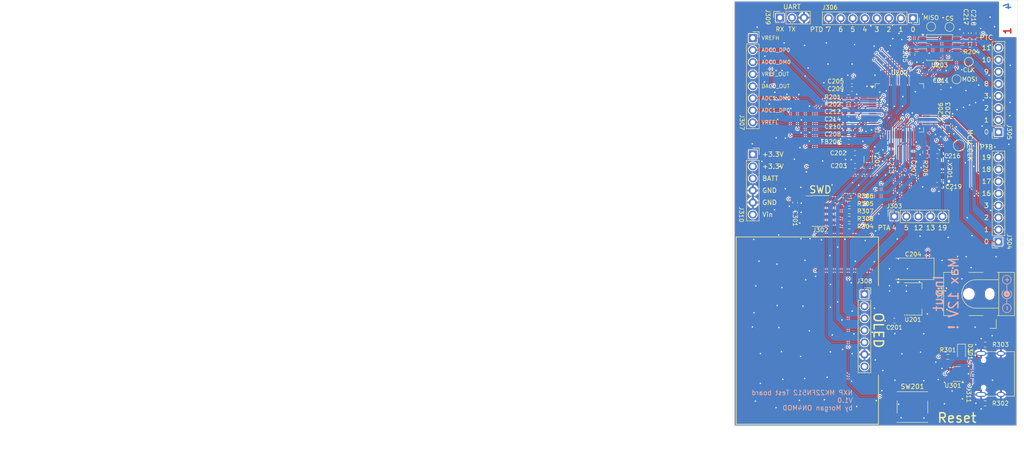
<source format=kicad_pcb>
(kicad_pcb (version 20240108) (generator "pcbnew") (generator_version "8.0")
  (layers (0 "F.Cu" signal) (1 "In1.Cu" signal) (2 "In2.Cu" signal) (31 "B.Cu" signal) (34 "B.Paste" user) (35 "F.Paste" user) (36 "B.SilkS" user "B.Silkscreen") (37 "F.SilkS" user "F.Silkscreen") (38 "B.Mask" user) (39 "F.Mask" user) (44 "Edge.Cuts" user))
  (net 0 "")
  (net 1 "GND")
  (net 2 "Vin")
  (net 3 "Net-(U202-XTAL32)")
  (net 4 "Net-(U202-EXTAL32)")
  (net 5 "VREGIN")
  (net 6 "nRESET")
  (net 7 "/Microcontroller/VDDA")
  (net 8 "Net-(U202-VOUT33)")
  (net 9 "+BATT")
  (net 10 "USB_DN")
  (net 11 "Net-(J302-NC{slash}TDI)")
  (net 12 "Net-(J302-SWCLK{slash}TCK)")
  (net 13 "Net-(J302-~{RESET})")
  (net 14 "Net-(J302-SWO{slash}TDO)")
  (net 16 "Net-(J302-SWDIO{slash}TMS)")
  (net 17 "PTA13")
  (net 18 "PTA19")
  (net 19 "PTA4")
  (net 20 "PTA5")
  (net 21 "PTA12")
  (net 22 "PTC11")
  (net 23 "PTC8")
  (net 24 "PTC9")
  (net 25 "PTC3")
  (net 26 "PTC2")
  (net 27 "PTC1")
  (net 28 "PTC0")
  (net 29 "PTC10")
  (net 30 "PTD1")
  (net 31 "PTD6")
  (net 32 "PTD3")
  (net 33 "PTD5")
  (net 34 "PTD2")
  (net 35 "PTD4")
  (net 36 "PTD0")
  (net 37 "PTD7")
  (net 38 "DAC0_OUT")
  (net 39 "ADC0_DP0")
  (net 40 "VREF_OUT")
  (net 41 "VREFL")
  (net 42 "VREFH")
  (net 43 "ADC1_DP0")
  (net 44 "ADC0_DM0")
  (net 45 "ADC1_DM0")
  (net 46 "OLED_RST")
  (net 47 "OLED_CS")
  (net 48 "OLED_DC")
  (net 49 "OLED_MOSI")
  (net 50 "OLED_SCK")
  (net 51 "UART1_TX")
  (net 52 "UART1_RX")
  (net 53 "Net-(J311-CC1)")
  (net 54 "Net-(J311-D+-PadA6)")
  (net 55 "Net-(J311-D--PadA7)")
  (net 56 "Net-(J311-CC2)")
  (net 57 "USB_DP")
  (net 58 "Net-(U202-USB0_DP)")
  (net 59 "Net-(U202-USB0_DM)")
  (net 60 "Net-(U203-IO3)")
  (net 61 "Net-(U203-IO2)")
  (net 62 "/Microcontroller/CLK_IN")
  (net 63 "Net-(X201-OUT)")
  (net 64 "PTB17")
  (net 65 "/Microcontroller/FLASH_MISO")
  (net 66 "PTB3")
  (net 67 "PTB18")
  (net 68 "PTB0")
  (net 69 "SWCLK")
  (net 70 "SWO")
  (net 71 "/Microcontroller/FLASH_CS")
  (net 72 "/Microcontroller/FLASH_CLK")
  (net 73 "PTB2")
  (net 74 "/Microcontroller/FLASH_MOSI")
  (net 75 "PTB1")
  (net 76 "SWDIO")
  (net 77 "PTB16")
  (net 78 "PTB19")
  (net 79 "TDI")
  (net 80 "+5V")
  (net 82 "+3V3")
  (footprint "Capacitor_SMD:C_0603_1608Metric" (layer "F.Cu") (at 205.473346 68.614788 180)
    (property "Reference" "C202")
    (property "Value" "20p")
  )
  (footprint "Button_Switch_SMD:SW_SPST_PTS645" (layer "F.Cu") (at 217.598346 122.164788 180)
    (property "Reference" "SW201")
    (property "Value" "SW_Push")
  )
  (footprint "Package_TO_SOT_SMD:SOT-223-3_TabPin2" (layer "F.Cu") (at 217.698346 99.364788)
    (property "Reference" "U201")
    (property "Value" "AMS1117-3.3")
  )
  (footprint "Capacitor_SMD:C_0603_1608Metric" (layer "F.Cu") (at 204.173346 61.464788 180)
    (property "Reference" "C214")
    (property "Value" "100n")
  )
  (footprint "Capacitor_SMD:C_0603_1608Metric" (layer "F.Cu") (at 223.598346 54.714788)
    (property "Reference" "C211")
    (property "Value" "100n")
  )
  (footprint "Package_TO_SOT_SMD:SOT-23-6" (layer "F.Cu") (at 226.898346 115.184788 180)
    (property "Reference" "U301")
    (property "Value" "USBLC6-2SC6")
  )
  (footprint "Connector_PinSocket_2.54mm:PinSocket_1x08_P2.54mm_Vertical" (layer "F.Cu") (at 183.923346 44.339788)
    (property "Reference" "J307")
    (property "Value" "Analog")
  )
  (footprint "Connector_BarrelJack:BarrelJack_CLIFF_FC681465S_SMT_Horizontal" (layer "F.Cu") (at 230.998346 98.314788 180)
    (property "Reference" "J301")
    (property "Value" "Barrel_Jack")
  )
  (footprint "TestPoint:TestPoint_Pad_D1.5mm" (layer "F.Cu") (at 229.473346 49.364788)
    (property "Reference" "TP203" (hide yes))
    (property "Value" "TestPoint")
  )
  (footprint "Capacitor_Tantalum_SMD:CP_EIA-7343-31_Kemet-D" (layer "F.Cu") (at 217.748346 93.014788 180)
    (property "Reference" "C204")
    (property "Value" "22u")
  )
  (footprint "TestPoint:TestPoint_Pad_D2.0mm" (layer "F.Cu") (at 227.423346 66.989788)
    (property "Reference" "TP206" (hide yes))
    (property "Value" "CLK")
  )
  (footprint "Capacitor_SMD:C_0603_1608Metric" (layer "F.Cu") (at 192.848346 79.039788 -90)
    (property "Reference" "C301")
    (property "Value" "100n")
  )
  (footprint "Connector_PinSocket_2.54mm:PinSocket_1x08_P2.54mm_Vertical" (layer "F.Cu") (at 217.708346 40.167788 -90)
    (property "Reference" "J306")
    (property "Value" "PortD")
  )
  (footprint "Inductor_SMD:L_0603_1608Metric" (layer "F.Cu") (at 204.160846 66.239788)
    (property "Reference" "FB201")
    (property "Value" "220R@100M")
  )
  (footprint "Resistor_SMD:R_0603_1608Metric" (layer "F.Cu") (at 225.073346 111.564788)
    (property "Reference" "R301")
    (property "Value" "0")
  )
  (footprint "Capacitor_SMD:C_0603_1608Metric" (layer "F.Cu") (at 204.173346 63.039788 180)
    (property "Reference" "C210")
    (property "Value" "1n")
  )
  (footprint "Diode_SMD:D_SOD-323" (layer "F.Cu") (at 227.948346 110.514788 -90)
    (property "Reference" "D301")
    (property "Value" "D_Schottky")
  )
  (footprint "Capacitor_SMD:C_0603_1608Metric" (layer "F.Cu") (at 204.823346 53.464788 180)
    (property "Reference" "C205")
    (property "Value" "1u")
  )
  (footprint "TestPoint:TestPoint_Pad_D1.5mm" (layer "F.Cu") (at 221.523346 41.914788)
    (property "Reference" "TP205" (hide yes))
    (property "Value" "TestPoint")
  )
  (footprint "Connector_PinSocket_2.54mm:PinSocket_1x06_P2.54mm_Vertical" (layer "F.Cu") (at 183.926346 68.869788)
    (property "Reference" "J310")
    (property "Value" "Power")
  )
  (footprint "Crystal:Crystal_SMD_3215-2Pin_3.2x1.5mm" (layer "F.Cu") (at 208.248346 69.964788 90)
    (property "Reference" "Y201")
    (property "Value" "32.768 kHz")
  )
  (footprint "Connector_PinSocket_2.54mm:PinSocket_1x03_P2.54mm_Vertical" (layer "F.Cu") (at 189.641346 40.040788 90)
    (property "Reference" "J309")
    (property "Value" "UART")
  )
  (footprint "Package_SO:SOIC-8_5.23x5.23mm_P1.27mm" (layer "F.Cu") (at 223.310846 46.33261)
    (property "Reference" "U203")
    (property "Value" "W25Q32JVSS")
  )
  (footprint "Resistor_SMD:R_0603_1608Metric" (layer "F.Cu") (at 204.273346 77.664788)
    (property "Reference" "R306")
    (property "Value" "100")
  )
  (footprint "TestPoint:TestPoint_Pad_D1.5mm" (layer "F.Cu") (at 226.898346 53.039788)
    (property "Reference" "TP204" (hide yes))
    (property "Value" "TestPoint")
  )
  (footprint "Resistor_SMD:R_0603_1608Metric" (layer "F.Cu") (at 204.273346 79.264788)
    (property "Reference" "R305")
    (property "Value" "100")
  )
  (footprint "Resistor_SMD:R_0603_1608Metric" (layer "F.Cu") (at 225.098346 63.114788 90)
    (property "Reference" "R203")
    (property "Value" "10k")
  )
  (footprint "Package_QFP:LQFP-64_10x10mm_P0.5mm" (layer "F.Cu") (at 214.848346 59.064788)
    (property "Reference" "U202")
    (property "Value" "MK22FN512")
  )
  (footprint "Resistor_SMD:R_0603_1608Metric" (layer "F.Cu") (at 204.273346 80.864788)
    (property "Reference" "R307")
    (property "Value" "100")
  )
  (footprint "Connector_PinSocket_2.54mm:PinSocket_1x07_P2.54mm_Vertical" (layer "F.Cu") (at 207.473346 98.364788)
    (property "Reference" "J308")
    (property "Value" "OLED")
  )
  (footprint "Resistor_SMD:R_0603_1608Metric" (layer "F.Cu") (at 204.123346 58.314788)
    (property "Reference" "R202")
    (property "Value" "33")
  )
  (footprint "Resistor_SMD:R_0603_1608Metric" (layer "F.Cu") (at 229.735846 45.75761 180)
    (property "Reference" "R204")
    (property "Value" "10k")
  )
  (footprint "Capacitor_SMD:C_0603_1608Metric" (layer "F.Cu") (at 213.773346 103.939788 180)
    (property "Reference" "C201")
    (property "Value" "1u")
  )
  (footprint "Capacitor_SMD:C_0603_1608Metric" (layer "F.Cu") (at 230.489062 43.310826 90)
    (property "Reference" "C218")
    (property "Value" "100n")
  )
  (footprint "Resistor_SMD:R_0603_1608Metric" (layer "F.Cu") (at 204.273346 84.064788)
    (property "Reference" "R304")
    (property "Value" "100")
  )
  (footprint "Connector_USB:USB_C_Receptacle_HRO_TYPE-C-31-M-12" (layer "F.Cu") (at 235.198346 115.184788 90)
    (property "Reference" "J311")
    (property "Value" "USB_C_Receptacle_USB2.0_14P")
  )
  (footprint "Capacitor_SMD:C_0603_1608Metric" (layer "F.Cu") (at 204.173346 64.639788 180)
    (property "Reference" "C208")
    (property "Value" "100n")
  )
  (footprint "Connector_PinSocket_2.54mm:PinSocket_1x08_P2.54mm_Vertical" (layer "F.Cu") (at 235.742346 64.170788 180)
    (property "Reference" "J305")
    (property "Value" "PortC")
  )
  (footprint "Resistor_SMD:R_0603_1608Metric" (layer "F.Cu") (at 232.923346 121.384788 180)
    (property "Reference" "R302")
    (property "Value" "5k1")
  )
  (footprint "Resistor_SMD:R_0603_1608Metric" (layer "F.Cu") (at 204.273346 82.464788)
    (property "Reference" "R308")
    (property "Value" "100")
  )
  (footprint "Capacitor_SMD:C_0603_1608Metric" (layer "F.Cu") (at 204.823346 55.064788 180)
    (property "Reference" "C209")
    (property "Value" "100n")
  )
  (footprint "Capacitor_SMD:C_0603_1608Metric" (layer "F.Cu") (at 228.889062 43.310826 90)
    (property "Reference" "C217")
    (property "Value" "1n")
  )
  (footprint "Resistor_SMD:R_0603_1608Metric" (layer "F.Cu") (at 220.298346 68.389788 -90)
    (property "Reference" "R206")
    (property "Value" "33")
  )
  (footprint "Capacitor_SMD:C_0603_1608Metric" (layer "F.Cu") (at 205.473346 71.314788 180)
    (property "Reference" "C203")
    (property "Value" "20p")
  )
  (footprint "Capacitor_SMD:C_0603_1608Metric" (layer "F.Cu") (at 213.148346 67.714788 -90)
    (property "Reference" "C213")
    (property "Value" "100n")
  )
  (footprint "Connector_PinHeader_1.27mm:PinHeader_2x05_P1.27mm_Vertical_SMD" (layer "F.Cu") (at 198.198346 80.804788)
    (property "Reference" "J302")
    (property "Value" "Conn_ARM_JTAG_SWD_10")
  )
  (footprint "Capacitor_SMD:C_0603_1608Metric" (layer "F.Cu") (at 223.548346 63.114788 -90)
    (property "Reference" "C206")
    (property "Value" "100n")
  )
  (footprint "Resistor_SMD:R_0603_1608Metric" (layer "F.Cu") (at 217.589062 47.810826 90)
    (property "Reference" "R205")
    (property "Value" "10k")
  )
  (footprint "Resistor_SMD:R_0603_1608Metric" (layer "F.Cu") (at 232.923346 108.984788 180)
    (property "Reference" "R303")
    (property "Value" "5k1")
  )
  (footprint "Capacitor_SMD:C_0603_1608Metric" (layer "F.Cu") (at 222.848346 69.214788)
    (property "Reference" "C216")
    (property "Value" "10p")
  )
  (footprint "Capacitor_SMD:C_0603_1608Metric" (layer "F.Cu") (at 222.773346 75.314788)
    (property "Reference" "C219")
    (property "Value" "100n")
  )
  (footprint "Resistor_SMD:R_0603_1608Metric" (layer "F.Cu") (at 204.123346 56.814788)
    (property "Reference" "R201")
    (property "Value" "33")
  )
  (footprint "M17_misc_active:ECS-TXO_3.2x2.5mm" (layer "F.Cu") (at 222.973346 72.314788 90)
    (property "Reference" "X201")
    (property "Value" "ECS-TXO-3225MV")
  )
  (footprint "Connector_PinSocket_2.54mm:PinSocket_1x05_P2.54mm_Vertical" (layer "F.Cu") (at 213.771346 81.950788 90)
    (property "Reference" "J303")
    (property "Value" "PortA")
  )
  (footprint "Capacitor_SMD:C_0603_1608Metric" (layer "F.Cu") (at 217.809946 68.214788 -90)
    (property "Reference" "C207")
    (property "Value" "100n")
  )
  (footprint "TestPoint:TestPoint_Pad_D1.5mm" (layer "F.Cu") (at 225.423346 41.989788)
    (property "Reference" "TP202" (hide yes))
    (property "Value" "TestPoint")
  )
  (footprint "Capacitor_SMD:C_0603_1608Metric" (layer "F.Cu") (at 204.173346 59.864788 180)
    (property "Reference" "C212")
    (property "Value" "100n")
  )
  (footprint "Connector_PinSocket_2.54mm:PinSocket_1x08_P2.54mm_Vertical" (layer "F.Cu") (at 235.742346 87.284788 180)
    (property "Reference" "J304")
    (property "Value" "PortB")
  )
  (footprint "M17_misc_passive:NetTie-2_SMD_Pad0.2mm" (layer "B.Cu") (at 211.695833 47.362275 135)
    (property "Reference" "NT201" (hide yes))
    (property "Value" "NetTie_2" (hide yes))
  )
  (footprint "M17_misc_passive:NetTie-2_SMD_Pad0.2mm" (layer "B.Cu") (at 210.295833 49.612275 135)
    (property "Reference" "NT203" (hide yes))
    (property "Value" "NetTie_2" (hide yes))
  )
  (footprint "M17_misc_passive:NetTie-2_SMD_Pad0.2mm" (layer "B.Cu") (at 210.745833 48.262275 135)
    (property "Reference" "NT202" (hide yes))
    (property "Value" "NetTie_2" (hide yes))
  )
  (footprint "M17_misc_passive:NetTie-2_SMD_Pad0.2mm" (layer "B.Cu") (at 213.748346 84.239788 -90)
    (property "Reference" "NT204" (hide yes))
    (property "Value" "NetTie_2" (hide yes))
  )
  (footprint "Symbol:Symbol_Barrel_Polarity" (layer "B.Cu") (at 237.573346 98.314788 90)
    (property "Reference" "REF**" (hide yes))
    (property "Value" "Symbol_Barrel_Polarity")
  )
  (footprint "M17_misc_passive:NetTie-2_SMD_Pad0.2mm" (layer "B.Cu") (at 216.273346 84.239788 -90)
    (property "Reference" "NT205" (hide yes))
    (property "Value" "NetTie_2" (hide yes))
  )
  (gr_line (start 180.423346 125.789788) (end 180.423346 86.289788) (stroke (width 0.15)) (layer "F.SilkS"))
  (gr_line (start 180.423346 86.289788) (end 210.423346 86.289788) (stroke (width 0.15)) (layer "F.SilkS"))
  (gr_line (start 210.423346 86.289788) (end 210.423346 96.569788) (stroke (width 0.15)) (layer "F.SilkS"))
  (gr_line (start 210.423346 125.789788) (end 180.423346 125.789788) (stroke (width 0.15)) (layer "F.SilkS"))
  (gr_line (start 210.423346 115.419788) (end 210.423346 125.789788) (stroke (width 0.15)) (layer "F.SilkS"))
  (gr_rect (start 179.823346 36.339788) (end 239.823346 126.339788) (stroke (width 0.05)) (fill none) (layer "Edge.Cuts"))
  (gr_text "1" (at 238.523346 42.839788 90) (layer "F.Cu") (effects (font (size 1.5 1.5) (thickness 0.3) (bold yes)) (justify bottom)))
  (gr_text "4" (at 238.523346 37.589788 90) (layer "B.Cu") (effects (font (size 1.5 1.5) (thickness 0.3) (bold yes)) (justify bottom mirror)))
  (gr_text "-" (at 237.498346 101.314788 90) (layer "B.SilkS") (effects (font (size 1 1)) (justify mirror)))
  (gr_text "NXP MK22FN512 Test board\nV1.0\nby Morgan ON4MOD" (at 205.109946 122.946388 -0) (layer "B.SilkS") (effects (font (size 1 1)) (justify left bottom mirror)))
  (gr_text "+" (at 237.498346 95.314788 90) (layer "B.SilkS") (effects (font (size 1 1)) (justify mirror)))
  (gr_text "Input\nMax 12V !" (at 224.673346 98.189788 90) (layer "B.SilkS") (effects (font (size 2 2) (thickness 0.3)) (justify mirror)))
  (gr_text "VREF_OUT" (at 185.704346 51.959788 0) (layer "F.SilkS") (effects (font (size 0.8 0.8) (thickness 0.12)) (justify left)))
  (gr_text "PTC" (at 233.202346 44.231788 0) (layer "F.SilkS") (effects (font (size 1 1))))
  (gr_text "3" (at 233.202346 56.550788 0) (layer "F.SilkS") (effects (font (size 1 1))))
  (gr_text "0" (at 217.708346 41.945788 0) (layer "F.SilkS") (effects (font (size 1 1)) (justify top)))
  (gr_text "PTD" (at 197.388346 41.945788 0) (layer "F.SilkS") (effects (font (size 1 1)) (justify top)))
  (gr_text "5" (at 216.311346 84.363788 0) (layer "F.SilkS") (effects (font (size 1 1))))
  (gr_text "18" (at 233.202346 72.044788 0) (layer "F.SilkS") (effects (font (size 1 1))))
  (gr_text "19" (at 223.931346 84.363788 0) (layer "F.SilkS") (effects (font (size 1 1))))
  (gr_text "MISO" (at 221.523346 40.589788 0) (layer "F.SilkS") (effects (font (size 0.9 0.9) (thickness 0.135)) (justify bottom)))
  (gr_text "12" (at 218.851346 84.363788 0) (layer "F.SilkS") (effects (font (size 1 1))))
  (gr_text "6" (at 202.468346 41.945788 0) (layer "F.SilkS") (effects (font (size 1 1)) (justify top)))
  (gr_text "CLK" (at 229.519346 51.597788 0) (layer "F.SilkS") (effects (font (size 0.9 0.9) (thickness 0.135)) (justify bottom)))
  (gr_text "7" (at 199.928346 41.945788 0) (layer "F.SilkS") (effects (font (size 1 1)) (justify top)))
  (gr_text "2" (at 212.628346 41.945788 0) (layer "F.SilkS") (effects (font (size 1 1)) (justify top)))
  (gr_text "11" (at 233.202346 46.390788 0) (layer "F.SilkS") (effects (font (size 1 1))))
  (gr_text "OLED" (at 209.248346 105.989788 270) (layer "F.SilkS") (effects (font (size 2 2) (thickness 0.3)) (justify bottom)))
  (gr_text "TX" (at 192.181346 41.945788 0) (layer "F.SilkS") (effects (font (size 0.9 0.9) (thickness 0.135)) (justify top)))
  (gr_text "3" (at 233.202346 79.664788 0) (layer "F.SilkS") (effects (font (size 1 1))))
  (gr_text "VREFH" (at 185.704346 44.339788 0) (layer "F.SilkS") (effects (font (size 0.8 0.8) (thickness 0.12)) (justify left)))
  (gr_text "GND" (at 185.831346 79.029788 0) (layer "F.SilkS") (effects (font (size 1 1)) (justify left)))
  (gr_text "ADC1_DM0" (at 185.704346 57.039788 0) (layer "F.SilkS") (effects (font (size 0.8 0.8) (thickness 0.12)) (justify left)))
  (gr_text "2" (at 233.202346 82.204788 0) (layer "F.SilkS") (effects (font (size 1 1))))
  (gr_text "Vin" (at 185.831346 81.569788 0) (layer "F.SilkS") (effects (font (size 1 1)) (justify left)))
  (gr_text "MOSI" (at 227.948346 53.564788 0) (layer "F.SilkS") (effects (font (size 0.9 0.9) (thickness 0.135)) (justify left bottom)))
  (gr_text "CS" (at 225.423346 40.739788 0) (layer "F.SilkS") (effects (font (size 0.9 0.9) (thickness 0.135)) (justify bottom)))
  (gr_text "1" (at 215.168346 41.945788 0) (layer "F.SilkS") (effects (font (size 1 1)) (justify top)))
  (gr_text "19" (at 233.202346 69.504788 0) (layer "F.SilkS") (effects (font (size 1 1))))
  (gr_text "9" (at 233.202346 51.470788 0) (layer "F.SilkS") (effects (font (size 1 1))))
  (gr_text "DAC0_OUT" (at 185.704346 54.499788 0) (layer "F.SilkS") (effects (font (size 0.8 0.8) (thickness 0.12)) (justify left)))
  (gr_text "5" (at 205.008346 41.945788 0) (layer "F.SilkS") (effects (font (size 1 1)) (justify top)))
  (gr_text "Reset" (at 222.698346 125.614788 0) (layer "F.SilkS") (effects (font (size 2 2) (thickness 0.3)) (justify left bottom)))
  (gr_text "8" (at 233.202346 54.010788 0) (layer "F.SilkS") (effects (font (size 1 1))))
  (gr_text "0" (at 233.202346 87.284788 0) (layer "F.SilkS") (effects (font (size 1 1))))
  (gr_text "13" (at 221.391346 84.363788 0) (layer "F.SilkS") (effects (font (size 1 1))))
  (gr_text "3" (at 210.088346 41.945788 0) (layer "F.SilkS") (effects (font (size 1 1)) (justify top)))
  (gr_text "10" (at 233.202346 48.930788 0) (layer "F.SilkS") (effects (font (size 1 1))))
  (gr_text "PTA" (at 211.612346 84.363788 0) (layer "F.SilkS") (effects (font (size 1 1))))
  (gr_text "PTB" (at 233.202346 67.345788 0) (layer "F.SilkS") (effects (font (size 1 1))))
  (gr_text "1" (at 233.202346 84.744788 0) (layer "F.SilkS") (effects (font (size 1 1))))
  (gr_text "2" (at 233.202346 59.090788 0) (layer "F.SilkS") (effects (font (size 1 1))))
  (gr_text "17" (at 233.202346 74.584788 0) (layer "F.SilkS") (effects (font (size 1 1))))
  (gr_text "MCU_CLK" (at 229.138346 66.964788 270) (layer "F.SilkS") (effects (font (size 1 1)) (justify bottom)))
  (gr_text "ADC1_DP0" (at 185.704346 59.579788 0) (layer "F.SilkS") (effects (font (size 0.8 0.8) (thickness 0.12)) (justify left)))
  (gr_text "RX" (at 189.641346 41.945788 0) (layer "F.SilkS") (effects (font (size 0.9 0.9) (thickness 0.135)) (justify top)))
  (gr_text "+3.3V" (at 185.831346 68.869788 0) (layer "F.SilkS") (effects (font (size 1 1)) (justify left)))
  (gr_text "UART" (at 192.181346 37.754788 0) (layer "F.SilkS") (effects (font (size 1 1))))
  (gr_text "SWD" (at 198.173346 77.189788 0) (layer "F.SilkS") (effects (font (size 1.5 1.5) (thickness 0.225)) (justify bottom)))
  (gr_text "VREFL" (at 185.704346 62.119788 0) (layer "F.SilkS") (effects (font (size 0.8 0.8) (thickness 0.12)) (justify left)))
  (gr_text "4" (at 207.548346 41.945788 0) (layer "F.SilkS") (effects (font (size 1 1)) (justify top)))
  (gr_text "+3.3V" (at 185.831346 71.409788 0) (layer "F.SilkS") (effects (font (size 1 1)) (justify left)))
  (gr_text "16" (at 233.202346 77.124788 0) (layer "F.SilkS") (effects (font (size 1 1))))
  (gr_text "4" (at 213.771346 84.363788 0) (layer "F.SilkS") (effects (font (size 1 1))))
  (gr_text "1" (at 233.202346 61.630788 0) (layer "F.SilkS") (effects (font (size 1 1))))
  (gr_text "ADC0_DM0" (at 185.704346 49.419788 0) (layer "F.SilkS") (effects (font (size 0.8 0.8) (thickness 0.12)) (justify left)))
  (gr_text "0" (at 233.202346 64.170788 0) (layer "F.SilkS") (effects (font (size 1 1))))
  (gr_text "ADC0_DP0" (at 185.704346 46.879788 0) (layer "F.SilkS") (effects (font (size 0.8 0.8) (thickness 0.12)) (justify left)))
  (gr_text "GND" (at 185.831346 76.489788 0) (layer "F.SilkS") (effects (font (size 1 1)) (justify left)))
  (gr_text "BATT" (at 185.831346 73.949788 0) (layer "F.SilkS") (effects (font (size 1 1)) (justify left)))
  (segment (start 232.068346 121.354788) (end 232.098346 121.384788) (width 0.2) (layer "F.Cu") (net 1))
  (segment (start 231.578346 111.934788) (end 232.068346 111.444788) (width 0.2) (layer "F.Cu") (net 1))
  (segment (start 232.068346 111.444788) (end 232.068346 110.864788) (width 0.2) (layer "F.Cu") (net 1))
  (segment (start 231.153346 118.434788) (end 231.593346 118.434788) (width 0.2) (layer "F.Cu") (net 1))
  (segment (start 232.068346 119.504788) (end 232.068346 121.354788) (width 0.2) (layer "F.Cu") (net 1))
  (segment (start 232.068346 118.909788) (end 232.068346 119.504788) (width 0.2) (layer "F.Cu") (net 1))
  (segment (start 231.593346 118.434788) (end 232.068346 118.909788) (width 0.2) (layer "F.Cu") (net 1))
  (segment (start 232.098346 108.984788) (end 232.098346 110.834788) (width 0.2) (layer "F.Cu") (net 1))
  (segment (start 231.153346 111.934788) (end 231.578346 111.934788) (width 0.2) (layer "F.Cu") (net 1))
  (via (at 190.530346 45.374788) (size 0.6) (drill 0.3) (layers "F.Cu" "B.Cu") (net 1))
  (via (at 215.575792 56.688593) (size 0.6) (drill 0.3) (layers "F.Cu" "B.Cu") (net 1))
  (via (at 185.534064 110.887126) (size 0.6) (drill 0.3) (layers "F.Cu" "B.Cu") (net 1))
  (via (at 209.660111 67.276553) (size 0.6) (drill 0.3) (layers "F.Cu" "B.Cu") (net 1))
  (via (at 213.882472 106.668546) (size 0.6) (drill 0.3) (layers "F.Cu" "B.Cu") (net 1))
  (via (at 184.132644 86.819504) (size 0.6) (drill 0.3) (layers "F.Cu" "B.Cu") (net 1))
  (via (at 200.309346 110.525788) (size 0.6) (drill 0.3) (layers "F.Cu" "B.Cu") (net 1))
  (via (at 203.548346 68.314788) (size 0.6) (drill 0.3) (layers "F.Cu" "B.Cu") (net 1))
  (via (at 225.173346 70.239788) (size 0.6) (drill 0.3) (layers "F.Cu" "B.Cu") (net 1))
  (via (at 205.848346 56.189788) (size 0.6) (drill 0.3) (layers "F.Cu" "B.Cu") (net 1))
  (via (at 224.761703 97.108305) (size 0.6) (drill 0.3) (layers "F.Cu" "B.Cu") (net 1))
  (via (at 199.608311 115.882682) (size 0.6) (drill 0.3) (layers "F.Cu" "B.Cu") (net 1))
  (via (at 200.182346 90.205788) (size 0.6) (drill 0.3) (layers "F.Cu" "B.Cu") (net 1))
  (via (at 198.658346 70.266788) (size 0.6) (drill 0.3) (layers "F.Cu" "B.Cu") (net 1))
  (via (at 213.390346 41.691788) (size 0.6) (drill 0.3) (layers "F.Cu" "B.Cu") (net 1))
  (via (at 189.427555 105.3916) (size 0.6) (drill 0.3) (layers "F.Cu" "B.Cu") (net 1))
  (via (at 210.494456 81.442788) (size 0.6) (drill 0.3) (layers "F.Cu" "B.Cu") (net 1))
  (via (at 198.404346 86.903788) (size 0.6) (drill 0.3) (layers "F.Cu" "B.Cu") (net 1))
  (via (at 238.231546 50.099188) (size 0.6) (drill 0.3) (layers "F.Cu" "B.Cu") (net 1))
  (via (at 223.840004 91.245339) (size 0.6) (drill 0.3) (layers "F.Cu" "B.Cu") (net 1))
  (via (at 191.948346 59.189788) (size 0.6) (drill 0.3) (layers "F.Cu" "B.Cu") (net 1))
  (via (at 219.740346 39.278788) (size 0.6) (drill 0.3) (layers "F.Cu" "B.Cu") (net 1))
  (via (at 194.086346 86.649788) (size 0.6) (drill 0.3) (layers "F.Cu" "B.Cu") (net 1))
  (via (at 230.948346 108.989788) (size 0.6) (drill 0.3) (layers "F.Cu" "B.Cu") (net 1))
  (via (at 219.740346 75.727788) (size 0.6) (drill 0.3) (layers "F.Cu" "B.Cu") (net 1))
  (via (at 228.023346 95.114788) (size 0.6) (drill 0.3) (layers "F.Cu" "B.Cu") (net 1))
  (via (at 209.698346 52.164788) (size 0.6) (drill 0.3) (layers "F.Cu" "B.Cu") (net 1))
  (via (at 227.004746 59.446388) (size 0.6) (drill 0.3) (layers "F.Cu" "B.Cu") (net 1))
  (via (at 203.973346 52.164788) (size 0.6) (drill 0.3) (layers "F.Cu" "B.Cu") (net 1))
  (via (at 205.528437 91.413312) (size 0.6) (drill 0.3) (layers "F.Cu" "B.Cu") (net 1))
  (via (at 205.389346 45.713306) (size 0.6) (drill 0.3) (layers "F.Cu" "B.Cu") (net 1))
  (via (at 215.473346 58.714788) (size 0.6) (drill 0.3) (layers "F.Cu" "B.Cu") (net 1))
  (via (at 212.073346 55.489788) (size 0.6) (drill 0.3) (layers "F.Cu" "B.Cu") (net 1))
  (via (at 215.348346 44.664788) (size 0.6) (drill 0.3) (layers "F.Cu" "B.Cu") (net 1))
  (via (at 191.123346 56.189788) (size 0.6) (drill 0.3) (layers "F.Cu" "B.Cu") (net 1))
  (via (at 229.646346 58.455788) (size 0.6) (drill 0.3) (layers "F.Cu" "B.Cu") (net 1))
  (via (at 218.216346 55.661788) (size 0.6) (drill 0.3) (layers "F.Cu" "B.Cu") (net 1))
  (via (at 228.723346 41.064788) (size 0.6) (drill 0.3) (layers "F.Cu" "B.Cu") (net 1))
  (via (at 189.641346 71.409788) (size 0.6) (drill 0.3) (layers "F.Cu" "B.Cu") (net 1))
  (via (at 204.698346 69.989788) (size 0.6) (drill 0.3) (layers "F.Cu" "B.Cu") (net 1))
  (via (at 200.640628 75.320314) (size 0.6) (drill 0.3) (layers "F.Cu" "B.Cu") (net 1))
  (via (at 218.548346 49.414788) (size 0.6) (drill 0.3) (layers "F.Cu" "B.Cu") (net 1))
  (via (at 184.172982 102.267583) (size 0.6) (drill 0.3) (layers "F.Cu" "B.Cu") (net 1))
  (via (at 226.073346 92.839788) (size 0.6) (drill 0.3) (layers "F.Cu" "B.Cu") (net 1))
  (via (at 216.548346 92.989788) (size 0.6) (drill 0.3) (layers "F.Cu" "B.Cu") (net 1))
  (via (at 213.023346 105.164788) (size 0.6) (drill 0.3) (layers "F.Cu" "B.Cu") (net 1))
  (via (at 228.376346 58.963788) (size 0.6) (drill 0.3) (layers "F.Cu" "B.Cu") (net 1))
  (via (at 195.991346 86.649788) (size 0.6) (drill 0.3) (layers "F.Cu" "B.Cu") (net 1))
  (via (at 195.229346 72.552788) (size 0.6) (drill 0.3) (layers "F.Cu" "B.Cu") (net 1))
  (via (at 194.173346 61.589788) (size 0.6) (drill 0.3) (layers "F.Cu" "B.Cu") (net 1))
  (via (at 226.852346 63.053188) (size 0.6) (drill 0.3) (layers "F.Cu" "B.Cu") (net 1))
  (via (at 207.998346 54.514788) (size 0.6) (drill 0.3) (layers "F.Cu" "B.Cu") (net 1))
  (via (at 233.995391 45.828759) (size 0.6) (drill 0.3) (layers "F.Cu" "B.Cu") (net 1))
  (via (at 202.248346 61.464788) (size 0.6) (drill 0.3) (layers "F.Cu" "B.Cu") (net 1))
  (via (at 219.105346 63.408788) (size 0.6) (drill 0.3) (layers "F.Cu" "B.Cu") (net 1))
  (via (at 201.833346 88.427788) (size 0.6) (drill 0.3) (layers "F.Cu" "B.Cu") (net 1))
  (via (at 201.833346 99.984788) (size 0.6) (drill 0.3) (layers "F.Cu" "B.Cu") (net 1))
  (via (at 194.919902 91.218799) (size 0.6) (drill 0.3) (layers "F.Cu" "B.Cu") (net 1))
  (via (at 229.973346 92.764788) (size 0.6) (drill 0.3) (layers "F.Cu" "B.Cu") (net 1))
  (via (at 224.530733 110.502176) (size 0.6) (drill 0.3) (layers "F.Cu" "B.Cu") (net 1))
  (via (at 209.584947 101.322761) (size 0.6) (drill 0.3) (layers "F.Cu" "B.Cu") (net 1))
  (via (at 190.062116 96.959298) (size 0.6) (drill 0.3) (layers "F.Cu" "B.Cu") (net 1))
  (via (at 200.690346 106.969788) (size 0.6) (drill 0.3) (layers "F.Cu" "B.Cu") (net 1))
  (via (at 217.148346 71.739788) (size 0.6) (drill 0.3) (layers "F.Cu" "B.Cu") (net 1))
  (via (at 195.094955 95.326215) (size 0.6) (drill 0.3) (layers "F.Cu" "B.Cu") (net 1))
  (via (at 208.973346 63.714788) (size 0.6) (drill 0.3) (layers "F.Cu" "B.Cu") (net 1))
  (via (at 234.091346 80.680788) (size 0.6) (drill 0.3) (layers "F.Cu" "B.Cu") (net 1))
  (via (at 223.548346 65.139788) (size 0.6) (drill 0.3) (layers "F.Cu" "B.Cu") (net 1))
  (via (at 211.948346 48.564788) (size 0.6) (drill 0.3) (layers "F.Cu" "B.Cu") (net 1))
  (via (at 202.198346 59.689788) (size 0.6) (drill 0.3) (layers "F.Cu" "B.Cu") (net 1))
  (via (at 224.325477 121.489992) (size 0.6) (drill 0.3) (layers "F.Cu" "B.Cu") (net 1))
  (via (at 194.004431 111.490629) (size 0.6) (drill 0.3) (layers "F.Cu" "B.Cu") (net 1))
  (via (at 202.435466 65.625734) (size 0.6) (drill 0.3) (layers "F.Cu" "B.Cu") (net 1))
  (via (at 214.648346 95.164788) (size 0.6) (drill 0.3) (layers "F.Cu" "B.Cu") (net 1))
  (via (at 188.573346 55.764788) (size 0.6) (drill 0.3) (layers "F.Cu" "B.Cu") (net 1))
  (via (at 199.801346 49.819788) (size 0.6) (drill 0.3) (layers "F.Cu" "B.Cu") (net 1))
  (via (at 224.623346 53.314788) (size 0.6) (drill 0.3) (layers "F.Cu" "B.Cu") (net 1))
  (via (at 213.920935 116.494788) (size 0.6) (drill 0.3) (layers "F.Cu" "B.Cu") (net 1))
  (via (at 210.898346 51.114788) (size 0.6) (drill 0.3) (layers "F.Cu" "B.Cu") (net 1))
  (via (at 184.476566 120.909528) (size 0.6) (drill 0.3) (layers "F.Cu" "B.Cu") (net 1))
  (via (at 224.376947 116.970248) (size 0.6) (drill 0.3) (layers "F.Cu" "B.Cu") (net 1))
  (via (at 192.689346 69.885788) (size 0.6) (drill 0.3) (layers "F.Cu" "B.Cu") (net 1))
  (via (at 200.898346 59.664788) (size 0.6) (drill 0.3) (layers "F.Cu" "B.Cu") (net 1))
  (via (at 187.423346 58.264788) (size 0.6) (drill 0.3) (layers "F.Cu" "B.Cu") (net 1))
  (via (at 211.358346 114.462788) (size 0.6) (drill 0.3) (layers "F.Cu" "B.Cu") (net 1))
  (via (at 215.923346 73.239788) (size 0.6) (drill 0.3) (layers "F.Cu" "B.Cu") (net 1))
  (via (at 212.948346 45.914788) (size 0.6) (drill 0.3) (layers "F.Cu" "B.Cu") (net 1))
  (via (at 201.323346 62.964788) (size 0.6) (drill 0.3) (layers "F.Cu" "B.Cu") (net 1))
  (via (at 235.234346 90.459788) (size 0.6) (drill 0.3) (layers "F.Cu" "B.Cu") (net 1))
  (via (at 193.623346 56.239788) (size 0.6) (drill 0.3) (layers "F.Cu" "B.Cu") (net 1))
  (via (at 219.994346 106.715788) (size 0.6) (drill 0.3) (layers "F.Cu" "B.Cu") (net 1))
  (via (at 189.963662 110.476853) (size 0.6) (drill 0.3) (layers "F.Cu" "B.Cu") (net 1))
  (via (at 225.298346 72.064788) (size 0.6) (drill 0.3) (layers "F.Cu" "B.Cu") (net 1))
  (via (at 204.698346 95.964788) (size 0.6) (drill 0.3) (layers "F.Cu" "B.Cu") (net 1))
  (via (at 225.073346 75.364788) (size 0.6) (drill 0.3) (layers "F.Cu" "B.Cu") (net 1))
  (via (at 214.692664 121.575521) (size 0.6) (drill 0.3) (layers "F.Cu" "B.Cu") (net 1))
  (via (at 207.648346 87.039788) (size 0.6) (drill 0.3) (layers "F.Cu" "B.Cu") (net 1))
  (via (at 225.130337 86.38989) (size 0.6) (drill 0.3) (layers "F.Cu" "B.Cu") (net 1))
  (via (at 234.980346 67.345788) (size 0.6) (drill 0.3) (layers "F.Cu" "B.Cu") (net 1))
  (via (at 195.59478 50.661921) (size 0.6) (drill 0.3) (layers "F.Cu" "B.Cu") (net 1))
  (via (at 200.309346 101.127788) (size 0.6) (drill 0.3) (layers "F.Cu" "B.Cu") (net 1))
  (via (at 218.398346 66.264788) (size 0.6) (drill 0.3) (layers "F.Cu" "B.Cu") (net 1))
  (via (at 214.406346 76.997788) (size 0.6) (drill 0.3) (layers "F.Cu" "B.Cu") (net 1))
  (via (at 230.548346 41.114788) (size 0.6) (drill 0.3) (layers "F.Cu" "B.Cu") (net 1))
  (via (at 199.473846 42.058582) (size 0.6) (drill 0.3) (layers "F.Cu" "B.Cu") (net 1))
  (via (at 209.515087 46.036571) (size 0.6) (drill 0.3) (layers "F.Cu" "B.Cu") (net 1))
  (via (at 184.839142 42.040281) (size 0.6) (drill 0.3) (layers "F.Cu" "B.Cu") (net 1))
  (via (at 208.818346 95.412788) (size 0.6) (drill 0.3) (layers "F.Cu" "B.Cu") (net 1))
  (via (at 209.698346 69.264788) (size 0.6) (drill 0.3) (layers "F.Cu" "B.Cu") (net 1))
  (via (at 210.148346 73.264788) (size 0.6) (drill 0.3) (layers "F.Cu" "B.Cu") (net 1))
  (via (at 225.832411 76.429169) (size 0.6) (drill 0.3) (layers "F.Cu" "B.Cu") (net 1))
  (via (at 221.148346 47.514788) (size 0.6) (drill 0.3) (layers "F.Cu" "B.Cu") (net 1))
  (via (at 188.498346 80.553788) (size 0.6) (drill 0.3) (layers "F.Cu" "B.Cu") (net 1))
  (via (at 212.423346 70.964788) (size 0.6) (drill 0.3) (layers "F.Cu" "B.Cu") (net 1))
  (via (at 222.448346 64.689788) (size 0.6) (drill 0.3) (layers "F.Cu" "B.Cu") (net 1))
  (via (at 202.698346 52.914788) (size 0.6) (drill 0.3) (layers "F.Cu" "B.Cu") (net 1))
  (via (at 202.873346 110.014788) (size 0.6) (drill 0.3) (layers "F.Cu" "B.Cu") (net 1))
  (via (at 198.912346 53.756788) (size 0.6) (drill 0.3) (layers "F.Cu" "B.Cu") (net 1))
  (via (at 223.823346 114.014788) (size 0.6) (drill 0.3) (layers "F.Cu" "B.Cu") (net 1))
  (via (at 228.923346 90.439788) (size 0.6) (drill 0.3) (layers "F.Cu" "B.Cu") (net 1))
  (via (at 185.848176 70.352344) (size 0.6) (drill 0.3) (layers "F.Cu" "B.Cu") (net 1))
  (via (at 209.961346 120.812788) (size 0.6) (drill 0.3) (layers "F.Cu" "B.Cu") (net 1))
  (via (at 228.122346 120.431788) (size 0.6) (drill 0.3) (layers "F.Cu" "B.Cu") (net 1))
  (via (at 215.198346 124.414788) (size 0.6) (drill 0.3) (layers "F.Cu" "B.Cu") (net 1))
  (via (at 232.098346 107.739788) (size 0.6) (drill 0.3) (layers "F.Cu" "B.Cu") (net 1))
  (via (at 231.932346 66.710788) (size 0.6) (drill 0.3) (layers "F.Cu" "B.Cu") (net 1))
  (via (at 202.823346 54.239788) (size 0.6) (drill 0.3) (layers "F.Cu" "B.Cu") (net 1))
  (via (at 219.214506 86.119585) (size 0.6) (drill 0.3) (layers "F.Cu" "B.Cu") (net 1))
  (via (at 194.123346 64.289788) (size 0.6) (drill 0.3) (layers "F.Cu" "B.Cu") (net 1))
  (via (at 232.098346 122.564788) (size 0.6) (drill 0.3) (layers "F.Cu" "B.Cu") (net 1))
  (via (at 212.348346 58.364788) (size 0.6) (drill 0.3) (layers "F.Cu" "B.Cu") (net 1))
  (via (at 207.148346 66.114788) (size 0.6) (drill 0.3) (layers "F.Cu" "B.Cu") (net 1))
  (via (at 209.123973 106.412239) (size 0.6) (drill 0.3) (layers "F.Cu" "B.Cu") (net 1))
  (via (at 204.754346 116.741878) (size 0.6) (drill 0.3) (layers "F.Cu" "B.Cu") (net 1))
  (via (at 229.423346 113.564788) (size 0.6) (drill 0.3) (layers "F.Cu" "B.Cu") (net 1))
  (via (at 229.423346 115.139788) (size 0.6) (drill 0.3) (layers "F.Cu" "B.Cu") (net 1))
  (via (at 186.466346 48.168788) (size 0.6) (drill 0.3) (layers "F.Cu" "B.Cu") (net 1))
  (via (at 219.994346 116.621788) (size 0.6) (drill 0.3) (layers "F.Cu" "B.Cu") (net 1))
  (via (at 229.159623 82.242263) (size 0.6) (drill 0.3) (layers "F.Cu" "B.Cu") (net 1))
  (via (at 200.073346 64.214788) (size 0.6) (drill 0.3) (layers "F.Cu" "B.Cu") (net 1))
  (via (at 230.973346 121.364788) (size 0.6) (drill 0.3) (layers "F.Cu" "B.Cu") (net 1))
  (via (at 219.898346 49.514788) (size 0.6) (drill 0.3) (layers "F.Cu" "B.Cu") (net 1))
  (via (at 204.881346 49.819788) (size 0.6) (drill 0.3) (layers "F.Cu" "B.Cu") (net 1))
  (via (at 199.43856 45.365092) (size 0.6) (drill 0.3) (layers "F.Cu" "B.Cu") (net 1))
  (via (at 225.698346 54.764788) (size 0.6) (drill 0.3) (layers "F.Cu" "B.Cu") (net 1))
  (via (at 211.923346 73.239788) (size 0.6) (drill 0.3) (layers "F.Cu" "B.Cu") (net 1))
  (via (at 188.86704 65.379142) (size 0.6) (drill 0.3) (layers "F.Cu" "B.Cu") (net 1))
  (via (at 219.410969 71.663269) (size 0.6) (drill 0.3) (layers "F.Cu" "B.Cu") (net 1))
  (via (at 233.964346 39.913788) (size 0.6) (drill 0.3) (layers "F.Cu" "B.Cu") (net 1))
  (via (at 230.535346 71.409788) (size 0.6) (drill 0.3) (layers "F.Cu" "B.Cu") (net 1))
  (via (at 231.551346 54.264788) (size 0.6) (drill 0.3) (layers "F.Cu" "B.Cu") (net 1))
  (via (at 218.473346 70.389788) (size 0.6) (drill 0.3) (layers "F.Cu" "B.Cu") (net 1))
  (via (at 230.819566 105.311304) (size 0.6) (drill 0.3) (layers "F.Cu" "B.Cu") (net 1))
  (via (at 212.773346 97.689788) (size 0.6) (drill 0.3) (layers "F.Cu" "B.Cu") (net 1))
  (via (at 208.373346 84.014788) (size 0.6) (drill 0.3) (layers "F.Cu" "B.Cu") (net 1))
  (via (at 183.822191 66.639789) (size 0.6) (drill 0.3) (layers "F.Cu" "B.Cu") (net 1))
  (via (at 226.344346 64.551788) (size 0.6) (drill 0.3) (layers "F.Cu" "B.Cu") (net 1))
  (via (at 216.298346 97.739788) (size 0.6) (drill 0.3) (layers "F.Cu" "B.Cu") (net 1))
  (via (at 215.377892 110.940882) (size 0.6) (drill 0.3) (layers "F.Cu" "B.Cu") (net 1))
  (via (at 228.877029 55.407788) (size 0.6) (drill 0.3) (layers "F.Cu" "B.Cu") (net 1))
  (via (at 234.477864 116.48942) (size 0.6) (drill 0.3) (layers "F.Cu" "B.Cu") (net 1))
  (via (at 233.329346 67.218788) (size 0.6) (drill 0.3) (layers "F.Cu" "B.Cu") (net 1))
  (via (at 222.523346 112.689788) (size 0.6) (drill 0.3) (layers "F.Cu" "B.Cu") (net 1))
  (via (at 203.548346 71.664788) (size 0.6) (drill 0.3) (layers "F.Cu" "B.Cu") (net 1))
  (via (at 190.108104 51.180656) (size 0.6) (drill 0.3) (layers "F.Cu" "B.Cu") (net 1))
  (via (at 193.768953 120.756404) (size 0.6) (drill 0.3) (layers "F.Cu" "B.Cu") (net 1))
  (via (at 229.523346 118.614788) (size 0.6) (drill 0.3) (layers "F.Cu" "B.Cu") (net 1))
  (via (at 189.076642 100.754363) (size 0.6) (drill 0.3) (layers "F.Cu" "B.Cu") (net 1))
  (via (at 231.973346 42.314788) (size 0.6) (drill 0.3) (layers "F.Cu" "B.Cu") (net 1))
  (via (at 237.926746 66.761588) (size 0.6) (drill 0.3) (layers "F.Cu" "B.Cu") (net 1))
  (via (at 234.414147 107.129933) (size 0.6) (drill 0.3) (layers "F.Cu" "B.Cu") (net 1))
  (via (at 195.898346 64.239788) (size 0.6) (drill 0.3) (layers "F.Cu" "B.Cu") (net 1))
  (via (at 193.832346 83.347788) (size 0.6) (drill 0.3) (layers "F.Cu" "B.Cu") (net 1))
  (via (at 219.300078 110.581418) (size 0.6) (drill 0.3) (layers "F.Cu" "B.Cu") (net 1))
  (via (at 206.248346 75.389788) (size 0.6) (drill 0.3) (layers "F.Cu" "B.Cu") (net 1))
  (via (at 234.923346 41.939788) (size 0.6) (drill 0.3) (layers "F.Cu" "B.Cu") (net 1))
  (via (at 192.848346 80.964788) (size 0.6) (drill 0.3) (layers "F.Cu" "B.Cu") (net 1))
  (via (at 193.873346 67.464788) (size 0.6) (drill 0.3) (layers "F.Cu" "B.Cu") (net 1))
  (via (at 205.262346 106.715788) (size 0.6) (drill 0.3) (layers "F.Cu" "B.Cu") (net 1))
  (via (at 224.058346 40.040788) (size 0.6) (drill 0.3) (layers "F.Cu" "B.Cu") (net 1))
  (via (at 232.567346 57.439788) (size 0.6) (drill 0.3) (layers "F.Cu" "B.Cu") (net 1))
  (via (at 222.323346 53.164788) (size 0.6) (drill 0.3) (layers "F.Cu" "B.Cu") (net 1))
  (via (at 186.373346 53.589788) (size 0.6) (drill 0.3) (layers "F.Cu" "B.Cu") (net 1))
  (via (at 227.098346 90.414788) (size 0.6) (drill 0.3) (layers "F.Cu" "B.Cu") (net 1))
  (via (at 225.098346 69.089788) (size 0.6) (drill 0.3) (layers "F.Cu" "B.Cu") (net 1))
  (via (at 200.998346 61.564788) (size 0.6) (drill 0.3) (layers "F.Cu" "B.Cu") (net 1))
  (via (at 214.398346 72.489788) (size 0.6) (drill 0.3) (layers "F.Cu" "B.Cu") (net 1))
  (via (at 208.818346 41.762795) (size 0.6) (drill 0.3) (layers "F.Cu" "B.Cu") (net 1))
  (via (at 209.535782 91.509629) (size 0.6) (drill 0.3) (layers "F.Cu" "B.Cu") (net 1))
  (via (at 201.198346 66.564788) (size 0.6) (drill 0.3) (layers "F.Cu" "B.Cu") (net 1))
  (via (at 232.287946 62.900788) (size 0.6) (drill 0.3) (layers "F.Cu" "B.Cu") (net 1))
  (via (at 212.748346 92.989788) (size 0.6) (drill 0.3) (layers "F.Cu" "B.Cu") (net 1))
  (via (at 194.04816 75.816721) (size 0.6) (drill 0.3) (layers "F.Cu" "B.Cu") (net 1))
  (via (at 214.393762 86.72501) (size 0.6) (drill 0.3) (layers "F.Cu" "B.Cu") (net 1))
  (via (at 202.722346 103.794788) (size 0.6) (drill 0.3) (layers "F.Cu" "B.Cu") (net 1))
  (via (at 209.798346 85.039788) (size 0.6) (drill 0.3) (layers "F.Cu" "B.Cu") (net 1))
  (via (at 211.148346 118.714788) (size 0.6) (drill 0.3) (layers "F.Cu" "B.Cu") (net 1))
  (via (at 230.500346 67.066388) (size 0.6) (drill 0.3) (layers "F.Cu" "B.Cu") (net 1))
  (via (at 200.309346 96.301788) (size 0.6) (drill 0.3) (layers "F.Cu" "B.Cu") (net 1))
  (via (at 224.854127 101.59506) (size 0.6) (drill 0.3) (layers "F.Cu" "B.Cu") (net 1))
  (via (at 228.757346 70.647788) (size 0.6) (drill 0.3) (layers "F.Cu" "B.Cu") (net 1))
  (via (at 194.848346 45.882788) (size 0.6) (drill 0.3) (layers "F.Cu" "B.Cu") (net 1))
  (via (at 213.448346 44.464788) (size 0.6) (drill 0.3) (layers "F.Cu" "B.Cu") (net 1))
  (via (at 226.090346 60.309988) (size 0.6) (drill 0.3) (layers "F.Cu" "B.Cu") (net 1))
  (via (at 194.975346 52.359788) (size 0.6) (drill 0.3) (layers "F.Cu" "B.Cu") (net 1))
  (via (at 188.848346 51.189788) (size 0.6) (drill 0.3) (layers "F.Cu" "B.Cu") (net 1))
  (via (at 195.864346 58.709788) (size 0.6) (drill 0.3) (layers "F.Cu" "B.Cu") (net 1))
  (via (at 227.598346 42.514788) (size 0.6) (drill 0.3) (layers "F.Cu" "B.Cu") (net 1))
  (via (at 212.623346 61.164788) (size 0.6) (drill 0.3) (layers "F.Cu" "B.Cu") (net 1))
  (via (at 194.509679 100.875124) (size 0.6) (drill 0.3) (layers "F.Cu" "B.Cu") (net 1))
  (via (at 211.823346 103.964788) (size 0.6) (drill 0.3) (layers "F.Cu" "B.Cu") (net 1))
  (via (at 214.748346 43.364788) (size 0.6) (drill 0.3) (layers "F.Cu" "B.Cu") (net 1))
  (via (at 227.998346 51.014788) (size 0.6) (drill 0.3) (layers "F.Cu" "B.Cu") (net 1))
  (via (at 183.841378 105.268902) (size 0.6) (drill 0.3) (layers "F.Cu" "B.Cu") (net 1))
  (via (at 211.373346 67.939788) (size 0.6) (drill 0.3) (layers "F.Cu" "B.Cu") (net 1))
  (via (at 202.823346 55.564788) (size 0.6) (drill 0.3) (layers "F.Cu" "B.Cu") (net 1))
  (via (at 191.648346 79.814788) (size 0.6) (drill 0.3) (layers "F.Cu" "B.Cu") (net 1))
  (via (at 198.473346 65.764788) (size 0.6) (drill 0.3) (layers "F.Cu" "B.Cu") (net 1))
  (via (at 230.154346 86.014788) (size 0.6) (drill 0.3) (layers "F.Cu" "B.Cu") (net 1))
  (via (at 220.023346 124.464788) (size 0.6) (drill 0.3) (layers "F.Cu" "B.Cu") (net 1))
  (via (at 219.198346 68.914788) (size 0.6) (drill 0.3) (layers "F.Cu" "B.Cu") (net 1))
  (via (at 194.852568 116.151651) (size 0.6) (drill 0.3) (layers "F.Cu" "B.Cu") (net 1))
  (via (at 213.673346 69.739788) (size 0.6) (drill 0.3) (layers "F.Cu" "B.Cu") (net 1))
  (via (at 190.784346 76.108788) (size 0.6) (drill 0.3) (layers "F.Cu" "B.Cu") (net 1))
  (via (at 231.043346 47.152788) (size 0.6) (drill 0.3) (layers "F.Cu" "B.Cu") (net 1))
  (via (at 230.916346 57.947788) (size 0.6) (drill 0.3) (layers "F.Cu" "B.Cu") (net 1))
  (via (at 189.388198 85.878644) (size 0.6) (drill 0.3) (layers "F.Cu" "B.Cu") (net 1))
  (via (at 211.448346 49.864788) (size 0.6) (drill 0.3) (layers "F.Cu" "B.Cu") (net 1))
  (via (at 211.272611 70.314053) (size 0.6) (drill 0.3) (layers "F.Cu" "B.Cu") (net 1))
  (via (at 207.798346 64.039788) (size 0.6) (drill 0.3) (layers "F.Cu" "B.Cu") (net 1))
  (via (at 225.963346 118.780788) (size 0.6) (drill 0.3) (layers "F.Cu" "B.Cu") (net 1))
  (via (at 212.398346 47.164788) (size 0.6) (drill 0.3) (layers "F.Cu" "B.Cu") (net 1))
  (via (at 219.079631 95.73155) (size 0.6) (drill 0.3) (layers "F.Cu" "B.Cu") (net 1))
  (via (at 238.180746 57.922388) (size 0.6) (drill 0.3) (layers "F.Cu" "B.Cu") (net 1))
  (via (at 204.881346 101.930514) (size 0.6) (drill 0.3) (layers "F.Cu" "B.Cu") (net 1))
  (via (at 195.864346 106.080788) (size 0.6) (drill 0.3) (layers "F.Cu" "B.Cu") (net 1))
  (via (at 233.773255 52.205815) (size 0.6) (drill 0.3) (layers "F.Cu" "B.Cu") (net 1))
  (via (at 223.248346 67.889788) (size 0.6) (drill 0.3) (layers "F.Cu" "B.Cu") (net 1))
  (via (at 194.148346 79.164788) (size 0.6) (drill 0.3) (layers "F.Cu" "B.Cu") (net 1))
  (via (at 220.756346 102.524788) (size 0.6) (drill 0.3) (layers "F.Cu" "B.Cu") (net 1))
  (via (at 190.250868 116.325883) (size 0.6) (drill 0.3) (layers "F.Cu" "B.Cu") (net 1))
  (via (at 223.042346 116.367788) (size 0.6) (drill 0.3) (layers "F.Cu" "B.Cu") (net 1))
  (via (at 200.198346 62.964788) (size 0.6) (drill 0.3) (layers "F.Cu" "B.Cu") (net 1))
  (via (at 205.844708 122.041676) (size 0.6) (drill 0.3) (layers "F.Cu" "B.Cu") (net 1))
  (via (at 197.173346 94.589788) (size 0.6) (drill 0.3) (layers "F.Cu" "B.Cu") (net 1))
  (via (at 216.298346 96.539788) (size 0.6) (drill 0.3) (layers "F.Cu" "B.Cu") (net 1))
  (via (at 233.964346 56.931788) (size 0.6) (drill 0.3) (layers "F.Cu" "B.Cu") (net 1))
  (via (at 214.623346 90.914788) (size 0.6) (drill 0.3) (layers "F.Cu" "B.Cu") (net 1))
  (via (at 223.198346 76.664788) (size 0.6) (drill 0.3) (layers "F.Cu" "B.Cu") (net 1))
  (via (at 190.823346 65.439788) (size 0.6) (drill 0.3) (layers "F.Cu" "B.Cu") (net 1))
  (via (at 230.662346 77.632788) (size 0.6) (drill 0.3) (layers "F.Cu" "B.Cu") (net 1))
  (via (at 212.748346 96.564788) (size 0.6) (drill 0.3) (layers "F.Cu" "B.Cu") (net 1))
  (via (at 210.698346 55.739788) (size 0.6) (drill 0.3) (layers "F.Cu" "B.Cu") (net 1))
  (via (at 185.243158 91.403821) (size 0.6) (drill 0.3) (layers "F.Cu" "B.Cu") (net 1))
  (via (at 199.01575 120.61268) (size 0.6) (drill 0.3) (layers "F.Cu" "B.Cu") (net 1))
  (via (at 229.392346 110.513658) (size 0.6) (drill 0.3) (layers "F.Cu" "B.Cu") (net 1))
  (via (at 189.019712 92.023948) (size 0.6) (drill 0.3) (layers "F.Cu" "B.Cu") (net 1))
  (via (at 195.864346 66.075788) (size 0.6) (drill 0.3) (layers "F.Cu" "B.Cu") (net 1))
  (via (at 204.881346 110.906788) (size 0.6) (drill 0.3) (layers "F.Cu" "B.Cu") (net 1))
  (via (at 185.518398 117.182986) (size 0.6) (drill 0.3) (layers "F.Cu" "B.Cu") (net 1))
  (via (at 209.778578 112.22157) (size 0.6) (drill 0.3) (layers "F.Cu" "B.Cu") (net 1))
  (via (at 217.573346 60.139788) (size 0.6) (drill 0.3) (layers "F.Cu" "B.Cu") (net 1))
  (via (at 204.948346 74.839788) (size 0.6) (drill 0.3) (layers "F.Cu" "B.Cu") (net 1))
  (via (at 189.183077 61.489488) (size 0.6) (drill 0.3) (layers "F.Cu" "B.Cu") (net 1))
  (via (at 215.572611 60.389053) (size 0.6) (drill 0.3) (layers "F.Cu" "B.Cu") (net 1))
  (via (at 194.123346 81.114788) (size 0.6) (drill 0.3) (layers "F.Cu" "B.Cu") (net 1))
  (via (at 238.129946 60.716388) (size 0.6) (drill 0.3) (layers "F.Cu" "B.Cu") (net 1))
  (via (at 188.825 122.3) (size 0.6) (drill 0.3) (layers "F.Cu" "B.Cu") (net 1))
  (via (at 203.357346 86.776788) (size 0.6) (drill 0.3) (layers "F.Cu" "B.Cu") (net 1))
  (via (at 229.94845 51.343788) (size 0.6) (drill 0.3) (layers "F.Cu" "B.Cu") (net 1))
  (via (at 203.498346 69.964788) (size 0.6) (drill 0.3) (layers "F.Cu" "B.Cu") (net 1))
  (via (at 213.773346 58.739788) (size 0.6) (drill 0.3) (layers "F.Cu" "B.Cu") (net 1))
  (via (at 224.693346 51.216788) (size 0.6) (drill 0.3) (layers "F.Cu" "B.Cu") (net 1))
  (via (at 184.562616 96.617978) (size 0.6) (drill 0.3) (layers "F.Cu" "B.Cu") (net 1))
  (segment (start 225.998346 103.814788) (end 227.998346 103.814788) (width 0.5) (layer "F.Cu") (net 2))
  (segment (start 227.623346 108.439788) (end 224.498346 105.314788) (width 0.5) (layer "F.Cu") (net 2))
  (segment (start 214.548346 103.939788) (end 214.548346 101.664788) (width 0.5) (layer "F.Cu") (net 2))
  (segment (start 211.748346 101.664788) (end 214.548346 101.664788) (width 0.5) (layer "F.Cu") (net 2))
  (segment (start 227.948346 109.464788) (end 227.948346 108.764788) (width 0.2) (layer "F.Cu") (net 2))
  (segment (start 210.573346 95.189788) (end 210.573346 100.489788) (width 0.5) (layer "F.Cu") (net 2))
  (segment (start 197.098346 93.389788) (end 208.773346 93.389788) (width 0.5) (layer "F.Cu") (net 2))
  (segment (start 224.498346 105.314788) (end 215.923346 105.314788) (width 0.5) (layer "F.Cu") (net 2))
  (segment (start 210.573346 100.489788) (end 211.748346 101.664788) (width 0.5) (layer "F.Cu") (net 2))
  (segment (start 227.948346 108.764788) (end 227.623346 108.439788) (width 0.2) (layer "F.Cu") (net 2))
  (segment (start 215.923346 105.314788) (end 214.548346 103.939788) (width 0.5) (layer "F.Cu") (net 2))
  (segment (start 208.773346 93.389788) (end 210.573346 95.189788) (width 0.5) (layer "F.Cu") (net 2))
  (segment (start 224.498346 105.314788) (end 225.998346 103.814788) (width 0.5) (layer "F.Cu") (net 2))
  (segment (start 227.998346 103.814788) (end 233.998346 103.814788) (width 0.5) (layer "F.Cu") (net 2))
  (via (at 197.098346 93.389788) (size 0.6) (drill 0.3) (layers "F.Cu" "B.Cu") (net 2))
  (segment (start 208.148346 68.614788) (end 208.248346 68.714788) (width 0.2) (layer "F.Cu") (net 3))
  (segment (start 210.323346 67.614788) (end 209.223346 68.714788) (width 0.2) (layer "F.Cu") (net 3))
  (segment (start 210.323346 67.414788) (end 210.323346 67.614788) (width 0.2) (layer "F.Cu") (net 3))
  (segment (start 209.223346 68.714788) (end 208.248346 68.714788) (width 0.2) (layer "F.Cu") (net 3))
  (segment (start 206.248346 68.614788) (end 208.148346 68.614788) (width 0.2) (layer "F.Cu") (net 3))
  (segment (start 212.098346 65.639788) (end 210.323346 67.414788) (width 0.2) (layer "F.Cu") (net 3))
  (segment (start 212.098346 64.739788) (end 212.098346 65.639788) (width 0.2) (layer "F.Cu") (net 3))
  (segment (start 210.723346 69.764788) (end 210.723346 67.589788) (width 0.2) (layer "F.Cu") (net 4))
  (segment (start 209.273346 71.214788) (end 210.723346 69.764788) (width 0.2) (layer "F.Cu") (net 4))
  (segment (start 208.148346 71.314788) (end 208.248346 71.214788) (width 0.2) (layer "F.Cu") (net 4))
  (segment (start 210.723346 67.589788) (end 212.598346 65.714788) (width 0.2) (layer "F.Cu") (net 4))
  (segment (start 208.248346 71.214788) (end 209.273346 71.214788) (width 0.2) (layer "F.Cu") (net 4))
  (segment (start 212.598346 65.714788) (end 212.598346 64.739788) (width 0.2) (layer "F.Cu") (net 4))
  (segment (start 206.248346 71.314788) (end 208.148346 71.314788) (width 0.2) (layer "F.Cu") (net 4))
  (segment (start 205.873346 61.464788) (end 206.273346 61.064788) (width 0.2) (layer "F.Cu") (net 5))
  (segment (start 224.248346 111.564788) (end 223.123346 111.564788) (width 0.2) (layer "F.Cu") (net 5))
  (segment (start 206.273346 61.064788) (end 206.273346 60.539788) (width 0.2) (layer "F.Cu") (net 5))
  (segment (start 206.273346 60.539788) (end 207.998346 58.814788) (width 0.2) (layer "F.Cu") (net 5))
  (segment (start 208.948346 85.889788) (end 197.023346 85.889788) (width 0.5) (layer "F.Cu") (net 5))
  (segment (start 207.998346 58.814788) (end 209.173346 58.814788) (width 0.2) (layer "F.Cu") (net 5))
  (segment (start 204.948346 61.464788) (end 205.873346 61.464788) (width 0.2) (layer "F.Cu") (net 5))
  (via (at 223.123346 111.564788) (size 0.6) (drill 0.3) (layers "F.Cu" "B.Cu") (net 5))
  (via (at 208.948346 85.889788) (size 0.6) (drill 0.3) (layers "F.Cu" "B.Cu") (net 5))
  (via (at 206.273346 61.064788) (size 0.6) (drill 0.3) (layers "F.Cu" "B.Cu") (net 5))
  (via (at 197.023346 85.889788) (size 0.6) (drill 0.3) (layers "F.Cu" "B.Cu") (net 5))
  (segment (start 207.248346 83.664788) (end 206.848346 84.064788) (width 0.2) (layer "F.Cu") (net 6))
  (segment (start 222.098346 62.339788) (end 222.098346 63.414788) (width 0.2) (layer "F.Cu") (net 6))
  (segment (start 205.118346 84.064788) (end 205.098346 84.084788) (width 0.2) (layer "F.Cu") (net 6))
  (segment (start 213.618346 119.914788) (end 210.723346 119.914788) (width 0.2) (layer "F.Cu") (net 6))
  (segment (start 222.098346 62.339788) (end 225.048346 62.339788) (width 0.2) (layer "F.Cu") (net 6))
  (segment (start 206.848346 84.064788) (end 205.118346 84.064788) (width 0.2) (layer "F.Cu") (net 6))
  (segment (start 225.048346 62.339788) (end 225.098346 62.289788) (width 0.2) (layer "F.Cu") (net 6))
  (segment (start 222.098346 63.414788) (end 221.948346 63.564788) (width 0.2) (layer "F.Cu") (net 6))
  (segment (start 220.548346 62.339788) (end 222.098346 62.339788) (width 0.2) (layer "F.Cu") (net 6))
  (segment (start 220.523346 62.314788) (end 220.548346 62.339788) (width 0.2) (layer "F.Cu") (net 6))
  (segment (start 221.578346 119.914788) (end 213.618346 119.914788) (width 0.2) (layer "F.Cu") (net 6))
  (segment (start 204.048346 95.064788) (end 204.048346 109.489788) (width 0.2) (layer "F.Cu") (net 6))
  (via (at 204.048346 95.064788) (size 0.6) (drill 0.3) (layers "F.Cu" "B.Cu") (net 6))
  (via (at 204.048346 109.489788) (size 0.6) (drill 0.3) (layers "F.Cu" "B.Cu") (net 6))
  (via (at 207.248346 83.664788) (size 0.6) (drill 0.3) (layers "F.Cu" "B.Cu") (net 6))
  (via (at 221.948346 63.564788) (size 0.6) (drill 0.3) (layers "F.Cu" "B.Cu") (net 6))
  (via (at 210.723346 119.914788) (size 0.6) (drill 0.3) (layers "F.Cu" "B.Cu") (net 6))
  (segment (start 213.498346 79.064788) (end 220.898346 71.664788) (width 0.2) (layer "B.Cu") (net 6))
  (segment (start 204.048346 95.064788) (end 204.048346 86.864788) (width 0.2) (layer "B.Cu") (net 6))
  (segment (start 210.723346 119.914788) (end 206.648346 119.914788) (width 0.2) (layer "B.Cu") (net 6))
  (segment (start 204.048346 117.314788) (end 204.048346 109.489788) (width 0.2) (layer "B.Cu") (net 6))
  (segment (start 220.898346 64.614788) (end 221.948346 63.564788) (width 0.2) (layer "B.Cu") (net 6))
  (segment (start 211.848346 79.064788) (end 213.498346 79.064788) (width 0.2) (layer "B.Cu") (net 6))
  (segment (start 220.898346 71.664788) (end 220.898346 64.614788) (width 0.2) (layer "B.Cu") (net 6))
  (segment (start 206.648346 119.914788) (end 204.048346 117.314788) (width 0.2) (layer "B.Cu") (net 6))
  (segment (start 204.048346 86.864788) (end 207.248346 83.664788) (width 0.2) (layer "B.Cu") (net 6))
  (segment (start 207.248346 83.664788) (end 211.848346 79.064788) (width 0.2) (layer "B.Cu") (net 6))
  (segment (start 204.948346 63.039788) (end 205.623346 63.039788) (width 0.2) (layer "F.Cu") (net 7))
  (segment (start 207.348346 61.314788) (end 209.173346 61.314788) (width 0.2) (layer "F.Cu") (net 7))
  (segment (start 204.948346 66.239788) (end 204.948346 64.639788) (width 0.2) (layer "F.Cu") (net 7))
  (segment (start 204.948346 64.639788) (end 204.948346 63.039788) (width 0.2) (layer "F.Cu") (net 7))
  (segment (start 205.623346 63.039788) (end 207.348346 61.314788) (width 0.2) (layer "F.Cu") (net 7))
  (segment (start 207.348346 58.314788) (end 209.173346 58.314788) (width 0.2) (layer "F.Cu") (net 8))
  (segment (start 205.798346 59.864788) (end 207.348346 58.314788) (width 0.2) (layer "F.Cu") (net 8))
  (segment (start 205.048346 59.864788) (end 205.798346 59.864788) (width 0.2) (layer "F.Cu") (net 8))
  (segment (start 213.148346 66.939788) (end 213.148346 66.839788) (width 0.2) (layer "F.Cu") (net 9))
  (segment (start 213.098346 66.789788) (end 213.098346 64.739788) (width 0.2) (layer "F.Cu") (net 9))
  (segment (start 200.648346 71.414788) (end 202.498346 73.264788) (width 0.2) (layer "F.Cu") (net 9))
  (segment (start 211.998346 67.289788) (end 212.348346 66.939788) (width 0.2) (layer "F.Cu") (net 9))
  (segment (start 213.148346 66.839788) (end 213.098346 66.789788) (width 0.2) (layer "F.Cu") (net 9))
  (segment (start 209.170405 73.264788) (end 209.545405 72.889788) (width 0.2) (layer "F.Cu") (net 9))
  (segment (start 211.998346 70.436847) (end 211.998346 67.289788) (width 0.2) (layer "F.Cu") (net 9))
  (segment (start 209.545405 72.889788) (end 211.998346 70.436847) (width 0.2) (layer "F.Cu") (net 9))
  (segment (start 212.348346 66.939788) (end 213.148346 66.939788) (width 0.2) (layer "F.Cu") (net 9))
  (segment (start 195.248346 71.414788) (end 200.648346 71.414788) (width 0.2) (layer "F.Cu") (net 9))
  (segment (start 202.498346 73.264788) (end 209.170405 73.264788) (width 0.2) (layer "F.Cu") (net 9))
  (via (at 195.248346 71.414788) (size 0.6) (drill 0.3) (layers "F.Cu" "B.Cu") (net 9))
  (segment (start 191.655546 103.118606) (end 204.044528 115.507588) (width 0.2644) (layer "F.Cu") (net 10))
  (segment (start 213.782164 114.952588) (end 223.841146 114.952588) (width 0.2644) (layer "F.Cu") (net 10))
  (segment (start 197.255546 67.81097) (end 190.005546 75.06097) (width 0.2644) (layer "F.Cu") (net 10))
  (segment (start 224.767095 114.234788) (end 225.760846 114.234788) (width 0.2644) (layer "F.Cu") (net 10))
  (segment (start 191.655546 84.818606) (end 191.655546 103.118606) (width 0.2644) (layer "F.Cu") (net 10))
  (segment (start 197.255546 59.53597) (end 197.255546 67.81097) (width 0.2644) (layer "F.Cu") (net 10))
  (segment (start 198.994528 57.796988) (end 197.255546 59.53597) (width 0.2644) (layer "F.Cu") (net 10))
  (segment (start 213.227164 115.507588) (end 213.782164 114.952588) (width 0.2644) (layer "F.Cu") (net 10))
  (segment (start 223.841146 114.952588) (end 223.841146 114.922922) (width 0.2644) (layer "F.Cu") (net 10))
  (segment (start 223.841146 114.922922) (end 224.21148 114.552588) (width 0.2644) (layer "F.Cu") (net 10))
  (segment (start 202.068045 57.796988) (end 198.994528 57.796988) (width 0.2644) (layer "F.Cu") (net 10))
  (segment (start 224.449295 114.552588) (end 224.767095 114.234788) (width 0.2644) (layer "F.Cu") (net 10))
  (segment (start 202.585845 58.314788) (end 202.068045 57.796988) (width 0.2644) (layer "F.Cu") (net 10))
  (segment (start 203.298346 58.314788) (end 202.585845 58.314788) (width 0.2644) (layer "F.Cu") (net 10))
  (segment (start 190.005546 75.06097) (end 190.005546 83.168606) (width 0.2644) (layer "F.Cu") (net 10))
  (segment (start 190.005546 83.168606) (end 191.655546 84.818606) (width 0.2644) (layer "F.Cu") (net 10))
  (segment (start 224.21148 114.552588) (end 224.449295 114.552588) (width 0.2644) (layer "F.Cu") (net 10))
  (segment (start 204.044528 115.507588) (end 213.227164 115.507588) (width 0.2644) (layer "F.Cu") (net 10))
  (segment (start 202.058346 82.074788) (end 202.448346 82.464788) (width 0.2) (layer "F.Cu") (net 11))
  (segment (start 200.148346 82.074788) (end 202.058346 82.074788) (width 0.2) (layer "F.Cu") (net 11))
  (segment (start 202.448346 82.464788) (end 203.448346 82.464788) (width 0.2) (layer "F.Cu") (net 11))
  (segment (start 202.148346 79.264788) (end 201.878346 79.534788) (width 0.2) (layer "F.Cu") (net 12))
  (segment (start 203.448346 79.264788) (end 202.148346 79.264788) (width 0.2) (layer "F.Cu") (net 12))
  (segment (start 201.878346 79.534788) (end 200.148346 79.534788) (width 0.2) (layer "F.Cu") (net 12))
  (segment (start 202.448346 84.064788) (end 203.448346 84.064788) (width 0.2) (layer "F.Cu") (net 13))
  (segment (start 200.148346 83.344788) (end 201.728346 83.344788) (width 0.2) (layer "F.Cu") (net 13))
  (segment (start 201.728346 83.344788) (end 202.448346 84.064788) (width 0.2) (layer "F.Cu") (net 13))
  (segment (start 203.388346 80.804788) (end 203.448346 80.864788) (width 0.2) (layer "F.Cu") (net 14))
  (segment (start 200.148346 80.804788) (end 203.388346 80.804788) (width 0.2) (layer "F.Cu") (net 14))
  (segment (start 202.548346 77.664788) (end 203.448346 77.664788) (width 0.2) (layer "F.Cu") (net 16))
  (segment (start 201.948346 78.264788) (end 202.548346 77.664788) (width 0.2) (layer "F.Cu") (net 16))
  (segment (start 200.148346 78.264788) (end 201.948346 78.264788) (width 0.2) (layer "F.Cu") (net 16))
  (segment (start 218.648346 76.764788) (end 221.391346 79.507788) (width 0.2) (layer "F.Cu") (net 17))
  (segment (start 216.448346 66.964788) (end 216.448346 69.964788) (width 0.2) (layer "F.Cu") (net 17))
  (segment (start 217.098346 66.314788) (end 216.448346 66.964788) (width 0.2) (layer "F.Cu") (net 17))
  (segment (start 218.648346 72.164788) (end 218.648346 76.764788) (width 0.2) (layer "F.Cu") (net 17))
  (segment (start 221.391346 79.507788) (end 221.391346 81.941788) (width 0.2) (layer "F.Cu") (net 17))
  (segment (start 221.391346 81.941788) (end 221.368346 81.964788) (width 0.2) (layer "F.Cu") (net 17))
  (segment (start 217.098346 64.739788) (end 217.098346 66.314788) (width 0.2) (layer "F.Cu") (net 17))
  (segment (start 216.448346 69.964788) (end 218.648346 72.164788) (width 0.2) (layer "F.Cu") (net 17))
  (segment (start 220.523346 63.789788) (end 220.523346 62.814788) (width 0.2) (layer "F.Cu") (net 18))
  (segment (start 222.673346 65.939788) (end 220.523346 63.789788) (width 0.2) (layer "F.Cu") (net 18))
  (via (at 222.673346 65.939788) (size 0.6) (drill 0.3) (layers "F.Cu" "B.Cu") (net 18))
  (segment (start 222.673346 65.939788) (end 223.931346 67.197788) (width 0.2) (layer "B.Cu") (net 18))
  (segment (start 223.931346 67.197788) (end 223.931346 81.941788) (width 0.2) (layer "B.Cu") (net 18))
  (segment (start 223.931346 81.941788) (end 223.908346 81.964788) (width 0.2) (layer "B.Cu") (net 18))
  (segment (start 214.448346 70.139788) (end 213.771346 70.816788) (width 0.2) (layer "F.Cu") (net 19))
  (segment (start 215.598346 66.11773) (end 214.448346 67.26773) (width 0.2) (layer "F.Cu") (net 19))
  (segment (start 213.771346 81.941788) (end 213.748346 81.964788) (width 0.2) (layer "F.Cu") (net 19))
  (segment (start 214.448346 67.26773) (end 214.448346 70.139788) (width 0.2) (layer "F.Cu") (net 19))
  (segment (start 213.771346 70.816788) (end 213.771346 81.941788) (width 0.2) (layer "F.Cu") (net 19))
  (segment (start 215.598346 64.739788) (end 215.598346 66.11773) (width 0.2) (layer "F.Cu") (net 19))
  (segment (start 213.771346 81.987788) (end 213.748346 81.964788) (width 0.2) (layer "B.Cu") (net 19))
  (segment (start 213.771346 83.866788) (end 213.771346 81.987788) (width 0.2) (layer "B.Cu") (net 19))
  (segment (start 213.748346 83.889788) (end 213.771346 83.866788) (width 0.2) (layer "B.Cu") (net 19))
  (segment (start 215.123346 67.158416) (end 216.098346 66.183416) (width 0.2) (layer "F.Cu") (net 20))
  (segment (start 216.311346 79.527788) (end 215.123346 78.339788) (width 0.2) (layer "F.Cu") (net 20))
  (segment (start 216.098346 66.183416) (end 216.098346 64.739788) (width 0.2) (layer "F.Cu") (net 20))
  (segment (start 216.288346 81.964788) (end 216.311346 81.941788) (width 0.2) (layer "F.Cu") (net 20))
  (segment (start 215.123346 78.339788) (end 215.123346 67.158416) (width 0.2) (layer "F.Cu") (net 20))
  (segment (start 216.311346 81.941788) (end 216.311346 79.527788) (width 0.2) (layer "F.Cu") (net 20))
  (segment (start 216.311346 81.987788) (end 216.288346 81.964788) (width 0.2) (layer "B.Cu") (net 20))
  (segment (start 216.311346 83.851788) (end 216.311346 81.987788) (width 0.2) (layer "B.Cu") (net 20))
  (segment (start 216.273346 83.889788) (end 216.311346 83.851788) (width 0.2) (layer "B.Cu") (net 20))
  (segment (start 217.148346 77.664788) (end 218.851346 79.367788) (width 0.2) (layer "F.Cu") (net 21))
  (segment (start 215.848346 66.999102) (end 215.848346 71.964788) (width 0.2) (layer "F.Cu") (net 21))
  (segment (start 217.148346 73.264788) (end 217.148346 77.664788) (width 0.2) (layer "F.Cu") (net 21))
  (segment (start 216.598346 66.249102) (end 215.848346 66.999102) (width 0.2) (layer "F.Cu") (net 21))
  (segment (start 215.848346 71.964788) (end 217.148346 73.264788) (width 0.2) (layer "F.Cu") (net 21))
  (segment (start 218.851346 81.941788) (end 218.828346 81.964788) (width 0.2) (layer "F.Cu") (net 21))
  (segment (start 218.851346 79.367788) (end 218.851346 81.941788) (width 0.2) (layer "F.Cu") (net 21))
  (segment (start 216.598346 64.739788) (end 216.598346 66.249102) (width 0.2) (layer "F.Cu") (net 21))
  (segment (start 216.948346 44.364788) (end 216.548346 44.364788) (width 0.2) (layer "F.Cu") (net 22))
  (segment (start 216.548346 44.364788) (end 215.098346 45.814788) (width 0.2) (layer "F.Cu") (net 22))
  (segment (start 215.098346 45.814788) (end 215.098346 53.389788) (width 0.2) (layer "F.Cu") (net 22))
  (via (at 216.948346 44.364788) (size 0.6) (drill 0.3) (layers "F.Cu" "B.Cu") (net 22))
  (segment (start 233.716346 44.364788) (end 235.716346 46.364788) (width 0.2) (layer "B.Cu") (net 22))
  (segment (start 216.948346 44.364788) (end 233.716346 44.364788) (width 0.2) (layer "B.Cu") (net 22))
  (segment (start 216.598346 51.314788) (end 216.598346 53.389788) (width 0.2) (layer "F.Cu") (net 23))
  (segment (start 217.048346 50.864788) (end 216.598346 51.314788) (width 0.2) (layer "F.Cu") (net 23))
  (via (at 217.048346 50.864788) (size 0.6) (drill 0.3) (layers "F.Cu" "B.Cu") (net 23))
  (segment (start 223.748346 50.864788) (end 225.048346 49.564788) (width 0.2) (layer "B.Cu") (net 23))
  (segment (start 235.822346 54.010788) (end 235.848346 53.984788) (width 0.2) (layer "B.Cu") (net 23))
  (segment (start 225.048346 49.564788) (end 229.348346 49.564788) (width 0.2) (layer "B.Cu") (net 23))
  (segment (start 233.794346 54.010788) (end 235.822346 54.010788) (width 0.2) (layer "B.Cu") (net 23))
  (segment (start 220.198346 50.864788) (end 223.748346 50.864788) (width 0.2) (layer "B.Cu") (net 23))
  (segment (start 219.398346 50.064788) (end 220.198346 50.864788) (width 0.2) (layer "B.Cu") (net 23))
  (segment (start 218.348346 50.064788) (end 219.398346 50.064788) (width 0.2) (layer "B.Cu") (net 23))
  (segment (start 229.348346 49.564788) (end 233.794346 54.010788) (width 0.2) (layer "B.Cu") (net 23))
  (segment (start 217.048346 50.864788) (end 217.548346 50.864788) (width 0.2) (layer "B.Cu") (net 23))
  (segment (start 217.548346 50.864788) (end 218.348346 50.064788) (width 0.2) (layer "B.Cu") (net 23))
  (segment (start 216.098346 47.964788) (end 216.098346 53.389788) (width 0.2) (layer "F.Cu") (net 24))
  (segment (start 216.398346 47.664788) (end 216.098346 47.964788) (width 0.2) (layer "F.Cu") (net 24))
  (via (at 216.398346 47.664788) (size 0.6) (drill 0.3) (layers "F.Cu" "B.Cu") (net 24))
  (segment (start 235.822346 51.470788) (end 235.848346 51.444788) (width 0.2) (layer "B.Cu") (net 24))
  (segment (start 216.398346 47.664788) (end 217.198346 46.864788) (width 0.2) (layer "B.Cu") (net 24))
  (segment (start 229.298346 46.864788) (end 233.904346 51.470788) (width 0.2) (layer "B.Cu") (net 24))
  (segment (start 233.904346 51.470788) (end 235.822346 51.470788) (width 0.2) (layer "B.Cu") (net 24))
  (segment (start 217.198346 46.864788) (end 229.298346 46.864788) (width 0.2) (layer "B.Cu") (net 24))
  (segment (start 234.484346 56.550788) (end 235.848346 56.550788) (width 0.2) (layer "F.Cu") (net 25))
  (segment (start 234.248346 56.314788) (end 234.484346 56.550788) (width 0.2) (layer "F.Cu") (net 25))
  (segment (start 220.523346 56.314788) (end 234.248346 56.314788) (width 0.2) (layer "F.Cu") (net 25))
  (segment (start 235.848346 59.064788) (end 235.822346 59.090788) (width 0.2) (layer "F.Cu") (net 26))
  (segment (start 233.837346 57.820788) (end 232.831346 56.814788) (width 0.2) (layer "F.Cu") (net 26))
  (segment (start 233.900846 57.884288) (end 233.900846 58.392288) (width 0.2) (layer "F.Cu") (net 26))
  (segment (start 235.822346 59.090788) (end 235.107346 59.090788) (width 0.2) (layer "F.Cu") (net 26))
  (segment (start 232.831346 56.814788) (end 220.523346 56.814788) (width 0.2) (layer "F.Cu") (net 26))
  (segment (start 233.900846 58.392288) (end 234.599346 59.090788) (width 0.2) (layer "F.Cu") (net 26))
  (segment (start 234.599346 59.090788) (end 235.742346 59.090788) (width 0.2) (layer "F.Cu") (net 26))
  (segment (start 233.837346 57.820788) (end 233.900846 57.884288) (width 0.2) (layer "F.Cu") (net 26))
  (segment (start 220.523346 57.314788) (end 231.172346 57.314788) (width 0.2) (layer "F.Cu") (net 27))
  (segment (start 235.488346 61.630788) (end 235.742346 61.630788) (width 0.2) (layer "F.Cu") (net 27))
  (segment (start 235.848346 61.630788) (end 235.488346 61.630788) (width 0.2) (layer "F.Cu") (net 27))
  (segment (start 231.172346 57.314788) (end 235.488346 61.630788) (width 0.2) (layer "F.Cu") (net 27))
  (segment (start 234.370746 62.291188) (end 234.370746 62.799188) (width 0.2) (layer "F.Cu") (net 28))
  (segment (start 234.370746 62.799188) (end 235.742346 64.170788) (width 0.2) (layer "F.Cu") (net 28))
  (segment (start 235.107346 64.170788) (end 235.848346 64.170788) (width 0.2) (layer "F.Cu") (net 28))
  (segment (start 229.894346 57.814788) (end 234.370746 62.291188) (width 0.2) (layer "F.Cu") (net 28))
  (segment (start 220.523346 57.814788) (end 229.894346 57.814788) (width 0.2) (layer "F.Cu") (net 28))
  (segment (start 215.598346 46.914788) (end 215.598346 53.389788) (width 0.2) (layer "F.Cu") (net 29))
  (segment (start 216.298346 46.214788) (end 215.598346 46.914788) (width 0.2) (layer "F.Cu") (net 29))
  (via (at 216.298346 46.214788) (size 0.6) (drill 0.3) (layers "F.Cu" "B.Cu") (net 29))
  (segment (start 216.948346 45.564788) (end 231.098346 45.564788) (width 0.2) (layer "B.Cu") (net 29))
  (segment (start 234.464346 48.930788) (end 235.822346 48.930788) (width 0.2) (layer "B.Cu") (net 29))
  (segment (start 216.298346 46.214788) (end 216.948346 45.564788) (width 0.2) (layer "B.Cu") (net 29))
  (segment (start 231.098346 45.564788) (end 234.464346 48.930788) (width 0.2) (layer "B.Cu") (net 29))
  (segment (start 235.822346 48.930788) (end 235.848346 48.904788) (width 0.2) (layer "B.Cu") (net 29))
  (segment (start 214.098346 53.389788) (end 214.098346 41.237788) (width 0.2) (layer "F.Cu") (net 30))
  (segment (start 215.228346 40.107788) (end 215.228346 39.964788) (width 0.2) (layer "F.Cu") (net 30))
  (segment (start 214.098346 41.237788) (end 215.228346 40.107788) (width 0.2) (layer "F.Cu") (net 30))
  (segment (start 202.468346 40.024788) (end 202.468346 41.784788) (width 0.2) (layer "F.Cu") (net 31))
  (segment (start 202.528346 39.964788) (end 202.468346 40.024788) (width 0.2) (layer "F.Cu") (net 31))
  (segment (start 209.598346 48.914788) (end 211.598346 50.914788) (width 0.2) (layer "F.Cu") (net 31))
  (segment (start 211.598346 50.914788) (end 211.598346 53.389788) (width 0.2) (layer "F.Cu") (net 31))
  (segment (start 202.468346 41.784788) (end 209.598346 48.914788) (width 0.2) (layer "F.Cu") (net 31))
  (via (at 209.598346 48.914788) (size 0.6) (drill 0.3) (layers "F.Cu" "B.Cu") (net 31))
  (segment (start 210.048346 49.364788) (end 209.598346 48.914788) (width 0.2) (layer "B.Cu") (net 31))
  (segment (start 213.098346 53.389788) (end 213.098346 46.964788) (width 0.2) (layer "F.Cu") (net 32))
  (segment (start 210.088346 43.954788) (end 210.088346 40.024788) (width 0.2) (layer "F.Cu") (net 32))
  (segment (start 210.088346 40.024788) (end 210.148346 39.964788) (width 0.2) (layer "F.Cu") (net 32))
  (segment (start 213.098346 46.964788) (end 210.088346 43.954788) (width 0.2) (layer "F.Cu") (net 32))
  (segment (start 210.048346 47.564788) (end 205.008346 42.524788) (width 0.2) (layer "F.Cu") (net 33))
  (segment (start 205.008346 40.024788) (end 205.068346 39.964788) (width 0.2) (layer "F.Cu") (net 33))
  (segment (start 205.008346 42.524788) (end 205.008346 40.024788) (width 0.2) (layer "F.Cu") (net 33))
  (segment (start 212.098346 53.389788) (end 212.098346 49.614788) (width 0.2) (layer "F.Cu") (net 33))
  (segment (start 212.098346 49.614788) (end 210.048346 47.564788) (width 0.2) (layer "F.Cu") (net 33))
  (via (at 210.048346 47.564788) (size 0.6) (drill 0.3) (layers "F.Cu" "B.Cu") (net 33))
  (segment (start 210.498346 48.014788) (end 210.048346 47.564788) (width 0.2) (layer "B.Cu") (net 33))
  (segment (start 212.688346 39.964788) (end 212.628346 40.024788) (width 0.2) (layer "F.Cu") (net 34))
  (segment (start 212.628346 40.024788) (end 212.628346 44.669788) (width 0.2) (layer "F.Cu") (net 34))
  (segment (start 212.628346 44.669788) (end 213.598346 45.639788) (width 0.2) (layer "F.Cu") (net 34))
  (segment (start 213.598346 45.639788) (end 213.598346 53.389788) (width 0.2) (layer "F.Cu") (net 34))
  (segment (start 207.548346 43.214788) (end 211.048346 46.714788) (width 0.2) (layer "F.Cu") (net 35))
  (segment (start 207.548346 40.024788) (end 207.548346 43.214788) (width 0.2) (layer "F.Cu") (net 35))
  (segment (start 212.598346 48.264788) (end 212.598346 53.389788) (width 0.2) (layer "F.Cu") (net 35))
  (segment (start 211.048346 46.714788) (end 212.598346 48.264788) (width 0.2) (layer "F.Cu") (net 35))
  (segment (start 207.608346 39.964788) (end 207.548346 40.024788) (width 0.2) (layer "F.Cu") (net 35))
  (via (at 211.048346 46.714788) (size 0.6) (drill 0.3) (layers "F.Cu" "B.Cu") (net 35))
  (segment (start 211.448346 47.114788) (end 211.048346 46.714788) (width 0.2) (layer "B.Cu") (net 35))
  (segment (start 214.598346 53.389788) (end 214.598346 44.514788) (width 0.2) (layer "F.Cu") (net 36))
  (segment (start 214.598346 44.514788) (end 217.708346 41.404788) (width 0.2) (layer "F.Cu") (net 36))
  (segment (start 217.708346 40.024788) (end 217.768346 39.964788) (width 0.2) (layer "F.Cu") (net 36))
  (segment (start 217.708346 41.404788) (end 217.708346 40.024788) (width 0.2) (layer "F.Cu") (net 36))
  (segment (start 211.098346 52.364788) (end 199.928346 41.194788) (width 0.2) (layer "F.Cu") (net 37))
  (segment (start 199.928346 40.024788) (end 199.988346 39.964788) (width 0.2) (layer "F.Cu") (net 37))
  (segment (start 211.098346 53.389788) (end 211.098346 52.364788) (width 0.2) (layer "F.Cu") (net 37))
  (segment (start 199.928346 41.194788) (end 199.928346 40.024788) (width 0.2) (layer "F.Cu") (net 37))
  (segment (start 191.848346 60.144788) (end 186.203346 54.499788) (width 0.2) (layer "F.Cu") (net 38))
  (segment (start 211.598346 63.932378) (end 211.598346 64.739788) (width 0.2) (layer "F.Cu") (net 38))
  (segment (start 186.203346 54.499788) (end 183.923346 54.499788) (width 0.2) (layer "F.Cu") (net 38))
  (segment (start 191.848346 64.889788) (end 191.848346 60.144788) (width 0.2) (layer "F.Cu") (net 38))
  (segment (start 210.498346 63.514788) (end 211.180756 63.514788) (width 0.2) (layer "F.Cu") (net 38))
  (segment (start 211.180756 63.514788) (end 211.598346 63.932378) (width 0.2) (layer "F.Cu") (net 38))
  (via (at 210.498346 63.514788) (size 0.6) (drill 0.3) (layers "F.Cu" "B.Cu") (net 38))
  (via (at 191.848346 64.889788) (size 0.6) (drill 0.3) (layers "F.Cu" "B.Cu") (net 38))
  (segment (start 209.123346 64.889788) (end 210.498346 63.514788) (width 0.2) (layer "B.Cu") (net 38))
  (segment (start 191.848346 64.889788) (end 209.123346 64.889788) (width 0.2) (layer "B.Cu") (net 38))
  (segment (start 210.548346 58.914788) (end 210.148346 59.314788) (width 0.2) (layer "F.Cu") (net 39))
  (segment (start 211.548346 56.464788) (end 210.548346 57.464788) (width 0.2) (layer "F.Cu") (net 39))
  (segment (start 210.148346 59.314788) (end 209.173346 59.314788) (width 0.2) (layer "F.Cu") (net 39))
  (segment (start 210.548346 57.464788) (end 210.548346 58.914788) (width 0.2) (layer "F.Cu") (net 39))
  (via (at 211.548346 56.464788) (size 0.6) (drill 0.3) (layers "F.Cu" "B.Cu") (net 39))
  (segment (start 190.363346 46.879788) (end 183.923346 46.879788) (width 0.2) (layer "B.Cu") (net 39))
  (segment (start 200.648346 57.164788) (end 190.363346 46.879788) (width 0.2) (layer "B.Cu") (net 39))
  (segment (start 211.548346 56.464788) (end 210.848346 57.164788) (width 0.2) (layer "B.Cu") (net 39))
  (segment (start 210.848346 57.164788) (end 200.648346 57.164788) (width 0.2) (layer "B.Cu") (net 39))
  (segment (start 210.073346 64.739788) (end 211.098346 64.739788) (width 0.2) (layer "F.Cu") (net 40))
  (segment (start 194.998346 67.214788) (end 194.998346 59.014788) (width 0.2) (layer "F.Cu") (net 40))
  (segment (start 207.598346 67.214788) (end 210.073346 64.739788) (width 0.2) (layer "F.Cu") (net 40))
  (segment (start 187.943346 51.959788) (end 183.923346 51.959788) (width 0.2) (layer "F.Cu") (net 40))
  (segment (start 194.998346 59.014788) (end 187.943346 51.959788) (width 0.2) (layer "F.Cu") (net 40))
  (via (at 194.998346 67.214788) (size 0.6) (drill 0.3) (layers "F.Cu" "B.Cu") (net 40))
  (via (at 207.598346 67.214788) (size 0.6) (drill 0.3) (layers "F.Cu" "B.Cu") (net 40))
  (segment (start 194.998346 67.214788) (end 207.598346 67.214788) (width 0.2) (layer "B.Cu") (net 40))
  (segment (start 210.448346 62.314788) (end 209.173346 62.314788) (width 0.2) (layer "F.Cu") (net 41))
  (segment (start 210.773346 61.989788) (end 210.448346 62.314788) (width 0.2) (layer "F.Cu") (net 41))
  (via (at 210.773346 61.989788) (size 0.6) (drill 0.3) (layers "F.Cu" "B.Cu") (net 41))
  (segment (start 210.398346 62.364788) (end 189.948346 62.364788) (width 0.2) (layer "B.Cu") (net 41))
  (segment (start 189.948346 62.364788) (end 189.703346 62.119788) (width 0.2) (layer "B.Cu") (net 41))
  (segment (start 189.703346 62.119788) (end 183.923346 62.119788) (width 0.2) (layer "B.Cu") (net 41))
  (segment (start 210.773346 61.989788) (end 210.398346 62.364788) (width 0.2) (layer "B.Cu") (net 41))
  (segment (start 206.673346 63.714788) (end 207.798346 62.589788) (width 0.2) (layer "F.Cu") (net 42))
  (segment (start 188.298346 54.339788) (end 193.348346 59.389788) (width 0.2) (layer "F.Cu") (net 42))
  (segment (start 207.798346 62.114788) (end 208.098346 61.814788) (width 0.2) (layer "F.Cu") (net 42))
  (segment (start 207.798346 62.589788) (end 207.798346 62.114788) (width 0.2) (layer "F.Cu") (net 42))
  (segment (start 187.748346 50.864788) (end 187.748346 45.884788) (width 0.2) (layer "F.Cu") (net 42))
  (segment (start 208.098346 61.814788) (end 209.173346 61.814788) (width 0.2) (layer "F.Cu") (net 42))
  (segment (start 193.348346 59.389788) (end 193.348346 63.439788) (width 0.2) (layer "F.Cu") (net 42))
  (segment (start 186.203346 44.339788) (end 183.923346 44.339788) (width 0.2) (layer "F.Cu") (net 42))
  (segment (start 187.748346 45.884788) (end 186.203346 44.339788) (width 0.2) (layer "F.Cu") (net 42))
  (via (at 188.298346 54.339788) (size 0.6) (drill 0.3) (layers "F.Cu" "B.Cu") (net 42))
  (via (at 193.348346 63.439788) (size 0.6) (drill 0.3) (layers "F.Cu" "B.Cu") (net 42))
  (via (at 206.673346 63.714788) (size 0.6) (drill 0.3) (layers "F.Cu" "B.Cu") (net 42))
  (via (at 187.748346 50.864788) (size 0.6) (drill 0.3) (layers "F.Cu" "B.Cu") (net 42))
  (segment (start 194.523346 63.439788) (end 193.348346 63.439788) (width 0.2) (layer "B.Cu") (net 42))
  (segment (start 206.048346 63.589788) (end 194.673346 63.589788) (width 0.2) (layer "B.Cu") (net 42))
  (segment (start 187.748346 50.864788) (end 187.748346 53.789788) (width 0.2) (layer "B.Cu") (net 42))
  (segment (start 206.173346 63.714788) (end 206.048346 63.589788) (width 0.2) (layer "B.Cu") (net 42))
  (segment (start 206.673346 63.714788) (end 206.173346 63.714788) (width 0.2) (layer "B.Cu") (net 42))
  (segment (start 187.748346 53.789788) (end 188.298346 54.339788) (width 0.2) (layer "B.Cu") (net 42))
  (segment (start 194.673346 63.589788) (end 194.523346 63.439788) (width 0.2) (layer "B.Cu") (net 42))
  (segment (start 210.848346 60.314788) (end 209.173346 60.314788) (width 0.2) (layer "F.Cu") (net 43))
  (segment (start 211.048346 60.514788) (end 210.848346 60.314788) (width 0.2) (layer "F.Cu") (net 43))
  (via (at 211.048346 60.514788) (size 0.6) (drill 0.3) (layers "F.Cu" "B.Cu") (net 43))
  (segment (start 191.048346 60.314788) (end 190.313346 59.579788) (width 0.2) (layer "B.Cu") (net 43))
  (segment (start 190.313346 59.579788) (end 183.923346 59.579788) (width 0.2) (layer "B.Cu") (net 43))
  (segment (start 211.048346 60.514788) (end 210.848346 60.314788) (width 0.2) (layer "B.Cu") (net 43))
  (segment (start 210.848346 60.314788) (end 191.048346 60.314788) (width 0.2) (layer "B.Cu") (net 43))
  (segment (start 210.214032 59.814788) (end 209.173346 59.814788) (width 0.2) (layer "F.Cu") (net 44))
  (segment (start 211.498346 57.664788) (end 211.498346 58.530474) (width 0.2) (layer "F.Cu") (net 44))
  (segment (start 211.498346 58.530474) (end 210.214032 59.814788) (width 0.2) (layer "F.Cu") (net 44))
  (via (at 211.498346 57.664788) (size 0.6) (drill 0.3) (layers "F.Cu" "B.Cu") (net 44))
  (segment (start 211.498346 57.664788) (end 210.998346 58.164788) (width 0.2) (layer "B.Cu") (net 44))
  (segment (start 191.103346 49.419788) (end 183.923346 49.419788) (width 0.2) (layer "B.Cu") (net 44))
  (segment (start 210.998346 58.164788) (end 199.848346 58.164788) (width 0.2) (layer "B.Cu") (net 44))
  (segment (start 199.848346 58.164788) (end 191.103346 49.419788) (width 0.2) (layer "B.Cu") (net 44))
  (segment (start 211.998346 59.364788) (end 211.998346 60.514788) (width 0.2) (layer "F.Cu") (net 45))
  (segment (start 210.048346 60.814788) (end 209.173346 60.814788) (width 0.2) (layer "F.Cu") (net 45))
  (segment (start 211.398346 61.114788) (end 210.348346 61.114788) (width 0.2) (layer "F.Cu") (net 45))
  (segment (start 210.348346 61.114788) (end 210.048346 60.814788) (width 0.2) (layer "F.Cu") (net 45))
  (segment (start 211.998346 60.514788) (end 211.398346 61.114788) (width 0.2) (layer "F.Cu") (net 45))
  (via (at 211.998346 59.364788) (size 0.6) (drill 0.3) (layers "F.Cu" "B.Cu") (net 45))
  (segment (start 211.548346 58.914788) (end 197.398346 58.914788) (width 0.2) (layer "B.Cu") (net 45))
  (segment (start 195.523346 57.039788) (end 183.923346 57.039788) (width 0.2) (layer "B.Cu") (net 45))
  (segment (start 197.398346 58.914788) (end 196.473346 57.989788) (width 0.2) (layer "B.Cu") (net 45))
  (segment (start 196.473346 57.989788) (end 195.523346 57.039788) (width 0.2) (layer "B.Cu") (net 45))
  (segment (start 211.998346 59.364788) (end 211.548346 58.914788) (width 0.2) (layer "B.Cu") (net 45))
  (segment (start 207.473346 98.364788) (end 207.473346 94.589788) (width 0.2) (layer "B.Cu") (net 46))
  (segment (start 207.473346 94.589788) (end 216.273346 85.789788) (width 0.2) (layer "B.Cu") (net 46))
  (segment (start 216.273346 85.789788) (end 216.273346 84.589788) (width 0.2) (layer "B.Cu") (net 46))
  (segment (start 211.94332 47.609762) (end 216.748346 52.414788) (width 0.2) (layer "B.Cu") (net 47))
  (segment (start 214.448346 61.714788) (end 213.623346 62.539788) (width 0.2) (layer "B.Cu") (net 47))
  (segment (start 202.573346 102.264788) (end 203.753346 103.444788) (width 0.2) (layer "B.Cu") (net 47))
  (segment (start 213.623346 68.914788) (end 202.573346 79.964788) (width 0.2) (layer "B.Cu") (net 47))
  (segment (start 202.573346 79.964788) (end 202.573346 102.264788) (width 0.2) (layer "B.Cu") (net 47))
  (segment (start 203.753346 103.444788) (end 207.473346 103.444788) (width 0.2) (layer "B.Cu") (net 47))
  (segment (start 213.623346 62.539788) (end 213.623346 68.914788) (width 0.2) (layer "B.Cu") (net 47))
  (segment (start 216.748346 58.364788) (end 214.448346 60.664788) (width 0.2) (layer "B.Cu") (net 47))
  (segment (start 214.448346 60.664788) (end 214.448346 61.714788) (width 0.2) (layer "B.Cu") (net 47))
  (segment (start 216.748346 52.414788) (end 216.748346 58.364788) (width 0.2) (layer "B.Cu") (net 47))
  (segment (start 205.398346 92.939788) (end 205.398346 100.064788) (width 0.2) (layer "B.Cu") (net 48))
  (segment (start 206.238346 100.904788) (end 207.473346 100.904788) (width 0.2) (layer "B.Cu") (net 48))
  (segment (start 205.398346 100.064788) (end 206.238346 100.904788) (width 0.2) (layer "B.Cu") (net 48))
  (segment (start 213.748346 84.589788) (end 205.398346 92.939788) (width 0.2) (layer "B.Cu") (net 48))
  (segment (start 212.948346 52.264788) (end 212.948346 59.964788) (width 0.2) (layer "B.Cu") (net 49))
  (segment (start 200.783346 108.524788) (end 207.473346 108.524788) (width 0.2) (layer "B.Cu") (net 49))
  (segment (start 212.948346 59.964788) (end 211.748346 61.164788) (width 0.2) (layer "B.Cu") (net 49))
  (segment (start 199.423346 79.439788) (end 199.423346 107.164788) (width 0.2) (layer "B.Cu") (net 49))
  (segment (start 199.423346 107.164788) (end 200.783346 108.524788) (width 0.2) (layer "B.Cu") (net 49))
  (segment (start 210.54332 49.859762) (end 212.948346 52.264788) (width 0.2) (layer "B.Cu") (net 49))
  (segment (start 208.948346 67.139788) (end 208.948346 69.914788) (width 0.2) (layer "B.Cu") (net 49))
  (segment (start 211.748346 64.339788) (end 208.948346 67.139788) (width 0.2) (layer "B.Cu") (net 49))
  (segment (start 211.748346 61.164788) (end 211.748346 64.339788) (width 0.2) (layer "B.Cu") (net 49))
  (segment (start 208.948346 69.914788) (end 199.423346 79.439788) (width 0.2) (layer "B.Cu") (net 49))
  (segment (start 214.598346 52.114788) (end 214.598346 58.814788) (width 0.2) (layer "B.Cu") (net 50))
  (segment (start 213.698346 59.714788) (end 213.698346 60.964788) (width 0.2) (layer "B.Cu") (net 50))
  (segment (start 201.123346 103.789788) (end 203.318346 105.984788) (width 0.2) (layer "B.Cu") (net 50))
  (segment (start 210.99332 48.509762) (end 214.598346 52.114788) (width 0.2) (layer "B.Cu") (net 50))
  (segment (start 212.598346 62.064788) (end 212.598346 68.139788) (width 0.2) (layer "B.Cu") (net 50))
  (segment (start 213.698346 60.964788) (end 212.598346 62.064788) (width 0.2) (layer "B.Cu") (net 50))
  (segment (start 203.318346 105.984788) (end 207.473346 105.984788) (width 0.2) (layer "B.Cu") (net 50))
  (segment (start 201.123346 79.614788) (end 201.123346 103.789788) (width 0.2) (layer "B.Cu") (net 50))
  (segment (start 212.598346 68.139788) (end 201.123346 79.614788) (width 0.2) (layer "B.Cu") (net 50))
  (segment (start 214.598346 58.814788) (end 213.698346 59.714788) (width 0.2) (layer "B.Cu") (net 50))
  (segment (start 199.348346 49.014788) (end 192.181346 41.847788) (width 0.2) (layer "F.Cu") (net 51))
  (segment (start 205.148346 49.014788) (end 199.348346 49.014788) (width 0.2) (layer "F.Cu") (net 51))
  (segment (start 209.173346 55.314788) (end 209.173346 53.039788) (width 0.2) (layer "F.Cu") (net 51))
  (segment (start 209.173346 53.039788) (end 205.148346 49.014788) (width 0.2) (layer "F.Cu") (net 51))
  (segment (start 192.181346 41.847788) (end 192.181346 40.057788) (width 0.2) (layer "F.Cu") (net 51))
  (segment (start 192.181346 40.057788) (end 192.038346 39.914788) (width 0.2) (layer "F.Cu") (net 51))
  (segment (start 189.498346 39.914788) (end 189.641346 40.057788) (width 0.2) (layer "F.Cu") (net 52))
  (segment (start 189.641346 42.307788) (end 197.948346 50.614788) (width 0.2) (layer "F.Cu") (net 52))
  (segment (start 206.623346 54.889788) (end 207.548346 55.814788) (width 0.2) (layer "F.Cu") (net 52))
  (segment (start 197.948346 50.614788) (end 204.998346 50.614788) (width 0.2) (layer "F.Cu") (net 52))
  (segment (start 204.998346 50.614788) (end 206.623346 52.239788) (width 0.2) (layer "F.Cu") (net 52))
  (segment (start 207.548346 55.814788) (end 209.173346 55.814788) (width 0.2) (layer "F.Cu") (net 52))
  (segment (start 189.641346 40.057788) (end 189.641346 42.307788) (width 0.2) (layer "F.Cu") (net 52))
  (segment (start 206.623346 52.239788) (end 206.623346 54.889788) (width 0.2) (layer "F.Cu") (net 52))
  (segment (start 231.153346 116.434788) (end 232.948346 116.434788) (width 0.2) (layer "F.Cu") (net 53))
  (segment (start 232.948346 116.434788) (end 233.748346 117.234788) (width 0.2) (layer "F.Cu") (net 53))
  (segment (start 233.748346 117.234788) (end 233.748346 121.384788) (width 0.2) (layer "F.Cu") (net 53))
  (segment (start 231.153346 115.434788) (end 232.148346 115.434788) (width 0.2) (layer "F.Cu") (net 54))
  (segment (start 232.298346 115.284788) (end 232.298346 114.604788) (width 0.2) (layer "F.Cu") (net 54))
  (segment (start 232.298346 114.604788) (end 232.128346 114.434788) (width 0.2) (layer "F.Cu") (net 54))
  (segment (start 229.348346 114.434788) (end 231.153346 114.434788) (width 0.2) (layer "F.Cu") (net 54))
  (segment (start 228.035846 114.234788) (end 229.148346 114.234788) (width 0.2) (layer "F.Cu") (net 54))
  (segment (start 229.148346 114.234788) (end 229.348346 114.434788) (width 0.2) (layer "F.Cu") (net 54))
  (segment (start 232.128346 114.434788) (end 231.153346 114.434788) (width 0.2) (layer "F.Cu") (net 54))
  (segment (start 232.148346 115.434788) (end 232.298346 115.284788) (width 0.2) (layer "F.Cu") (net 54))
  (segment (start 229.048346 116.134788) (end 228.035846 116.134788) (width 0.2) (layer "F.Cu") (net 55))
  (segment (start 229.248346 115.934788) (end 229.048346 116.134788) (width 0.2) (layer "F.Cu") (net 55))
  (segment (start 230.098346 115.184788) (end 230.348346 114.934788) (width 0.2) (layer "F.Cu") (net 55))
  (segment (start 230.398346 115.934788) (end 230.098346 115.934788) (width 0.2) (layer "F.Cu") (net 55))
  (segment (start 230.098346 115.934788) (end 230.098346 115.184788) (width 0.2) (layer "F.Cu") (net 55))
  (segment (start 230.398346 115.934788) (end 229.248346 115.934788) (width 0.2) (layer "F.Cu") (net 55))
  (segment (start 230.348346 114.934788) (end 231.153346 114.934788) (width 0.2) (layer "F.Cu") (net 55))
  (segment (start 231.153346 115.934788) (end 230.398346 115.934788) (width 0.2) (layer "F.Cu") (net 55))
  (segment (start 231.153346 113.434788) (end 232.948346 113.434788) (width 0.2) (layer "F.Cu") (net 56))
  (segment (start 233.748346 112.634788) (end 233.748346 108.984788) (width 0.2) (layer "F.Cu") (net 56))
  (segment (start 232.948346 113.434788) (end 233.748346 112.634788) (width 0.2) (layer "F.Cu") (net 56))
  (segment (start 198.802164 57.332588) (end 196.791146 59.343606) (width 0.2644) (layer "F.Cu") (net 57))
  (segment (start 224.767095 116.134788) (end 225.760846 116.134788) (width 0.2644) (layer "F.Cu") (net 57))
  (segment (start 189.541146 83.36097) (end 191.191146 85.01097) (width 0.2644) (layer "F.Cu") (net 57))
  (segment (start 196.791146 67.618606) (end 189.541146 74.868606) (width 0.2644) (layer "F.Cu") (net 57))
  (segment (start 203.852164 115.971988) (end 213.419528 115.971988) (width 0.2644) (layer "F.Cu") (net 57))
  (segment (start 203.298346 56.814788) (end 202.585845 56.814788) (width 0.2644) (layer "F.Cu") (net 57))
  (segment (start 191.191146 103.31097) (end 203.852164 115.971988) (width 0.2644) (layer "F.Cu") (net 57))
  (segment (start 223.841146 115.416988) (end 223.841146 115.446654) (width 0.2644) (layer "F.Cu") (net 57))
  (segment (start 196.791146 59.343606) (end 196.791146 67.618606) (width 0.2644) (layer "F.Cu") (net 57))
  (segment (start 202.068045 57.332588) (end 198.802164 57.332588) (width 0.2644) (layer "F.Cu") (net 57))
  (segment (start 213.419528 115.971988) (end 213.974528 115.416988) (width 0.2644) (layer "F.Cu") (net 57))
  (segment (start 213.974528 115.416988) (end 223.841146 115.416988) (width 0.2644) (layer "F.Cu") (net 57))
  (segment (start 223.841146 115.446654) (end 224.21148 115.816988) (width 0.2644) (layer "F.Cu") (net 57))
  (segment (start 224.449295 115.816988) (end 224.767095 116.134788) (width 0.2644) (layer "F.Cu") (net 57))
  (segment (start 202.585845 56.814788) (end 202.068045 57.332588) (width 0.2644) (layer "F.Cu") (net 57))
  (segment (start 189.541146 74.868606) (end 189.541146 83.36097) (width 0.2644) (layer "F.Cu") (net 57))
  (segment (start 191.191146 85.01097) (end 191.191146 103.31097) (width 0.2644) (layer "F.Cu") (net 57))
  (segment (start 224.21148 115.816988) (end 224.449295 115.816988) (width 0.2644) (layer "F.Cu") (net 57))
  (segment (start 204.848346 56.814788) (end 206.098346 56.814788) (width 0.2) (layer "F.Cu") (net 58))
  (segment (start 206.098346 56.814788) (end 206.598346 57.314788) (width 0.2) (layer "F.Cu") (net 58))
  (segment (start 206.598346 57.314788) (end 209.173346 57.314788) (width 0.2) (layer "F.Cu") (net 58))
  (segment (start 204.848346 58.314788) (end 206.098346 58.314788) (width 0.2) (layer "F.Cu") (net 59))
  (segment (start 206.598346 57.814788) (end 209.173346 57.814788) (width 0.2) (layer "F.Cu") (net 59))
  (segment (start 206.098346 58.314788) (end 206.598346 57.814788) (width 0.2) (layer "F.Cu") (net 59))
  (segment (start 228.850846 45.69761) (end 228.910846 45.75761) (width 0.2) (layer "F.Cu") (net 60))
  (segment (start 226.910846 45.69761) (end 228.850846 45.69761) (width 0.2) (layer "F.Cu") (net 60))
  (segment (start 217.845846 46.96761) (end 217.789062 46.910826) (width 0.2) (layer "F.Cu") (net 61))
  (segment (start 219.710846 46.96761) (end 217.845846 46.96761) (width 0.2) (layer "F.Cu") (net 61))
  (segment (start 222.073346 67.564788) (end 222.648346 66.989788) (width 0.2) (layer "F.Cu") (net 62))
  (segment (start 220.298346 67.564788) (end 222.073346 67.564788) (width 0.2) (layer "F.Cu") (net 62))
  (segment (start 220.298346 66.064788) (end 220.298346 67.564788) (width 0.2) (layer "F.Cu") (net 62))
  (segment (start 222.648346 66.989788) (end 226.673346 66.989788) (width 0.2) (layer "F.Cu") (net 62))
  (segment (start 218.598346 64.739788) (end 218.973346 64.739788) (width 0.2) (layer "F.Cu") (net 62))
  (segment (start 218.973346 64.739788) (end 220.298346 66.064788) (width 0.2) (layer "F.Cu") (net 62))
  (segment (start 222.023346 69.264788) (end 222.073346 69.214788) (width 0.2) (layer "F.Cu") (net 63))
  (segment (start 220.673346 69.214788) (end 220.623346 69.164788) (width 0.2) (layer "F.Cu") (net 63))
  (segment (start 220.298346 69.214788) (end 222.073346 69.214788) (width 0.2) (layer "F.Cu") (net 63))
  (segment (start 222.023346 71.164788) (end 222.023346 69.264788) (width 0.2) (layer "F.Cu") (net 63))
  (segment (start 232.567346 66.380588) (end 232.567346 71.163788) (width 0.2) (layer "F.Cu") (net 64))
  (segment (start 225.989296 59.314788) (end 231.769821 65.095313) (width 0.2) (layer "F.Cu") (net 64))
  (segment (start 231.769821 65.095313) (end 231.769821 65.583063) (width 0.2) (layer "F.Cu") (net 64))
  (segment (start 220.523346 59.314788) (end 225.989296 59.314788) (width 0.2) (layer "F.Cu") (net 64))
  (segment (start 231.769821 65.583063) (end 232.567346 66.380588) (width 0.2) (layer "F.Cu") (net 64))
  (segment (start 232.567346 71.163788) (end 235.948346 74.544788) (width 0.2) (layer "F.Cu") (net 64))
  (segment (start 219.598346 41.914788) (end 221.248346 41.914788) (width 0.2) (layer "F.Cu") (net 65))
  (segment (start 220.148346 50.414788) (end 218.548346 50.414788) (width 0.2) (layer "F.Cu") (net 65))
  (segment (start 221.898346 48.664788) (end 220.148346 50.414788) (width 0.2) (layer "F.Cu") (net 65))
  (segment (start 219.710846 45.69761) (end 218.456168 45.69761) (width 0.2) (layer "F.Cu") (net 65))
  (segment (start 218.456168 45.69761) (end 217.998346 45.239788) (width 0.2) (layer "F.Cu") (net 65))
  (segment (start 217.098346 51.864788) (end 217.098346 53.389788) (width 0.2) (layer "F.Cu") (net 65))
  (segment (start 217.998346 45.239788) (end 217.998346 43.514788) (width 0.2) (layer "F.Cu") (net 65))
  (segment (start 221.181168 45.69761) (end 221.898346 46.414788) (width 0.2) (layer "F.Cu") (net 65))
  (segment (start 217.998346 43.514788) (end 219.598346 41.914788) (width 0.2) (layer "F.Cu") (net 65))
  (segment (start 219.710846 45.69761) (end 221.181168 45.69761) (width 0.2) (layer "F.Cu") (net 65))
  (segment (start 221.898346 46.414788) (end 221.898346 48.664788) (width 0.2) (layer "F.Cu") (net 65))
  (segment (start 218.548346 50.414788) (end 217.098346 51.864788) (width 0.2) (layer "F.Cu") (net 65))
  (segment (start 229.900346 66.964788) (end 229.900346 75.716788) (width 0.2) (layer "F.Cu") (net 66))
  (segment (start 235.908346 79.664788) (end 235.948346 79.624788) (width 0.2) (layer "F.Cu") (net 66))
  (segment (start 233.848346 79.664788) (end 235.908346 79.664788) (width 0.2) (layer "F.Cu") (net 66))
  (segment (start 229.900346 75.716788) (end 233.848346 79.664788) (width 0.2) (layer "F.Cu") (net 66))
  (segment (start 224.367946 60.314788) (end 226.248346 62.195188) (width 0.2) (layer "F.Cu") (net 66))
  (segment (start 226.248346 63.312788) (end 229.900346 66.964788) (width 0.2) (layer "F.Cu") (net 66))
  (segment (start 226.248346 62.195188) (end 226.248346 63.312788) (width 0.2) (layer "F.Cu") (net 66))
  (segment (start 220.523346 60.314788) (end 224.367946 60.314788) (width 0.2) (layer "F.Cu") (net 66))
  (segment (start 227.287546 58.814788) (end 232.643546 64.170788) (width 0.2) (layer "F.Cu") (net 67))
  (segment (start 232.643546 65.262988) (end 234.048346 66.667788) (width 0.2) (layer "F.Cu") (net 67))
  (segment (start 232.643546 64.170788) (end 232.643546 65.262988) (width 0.2) (layer "F.Cu") (net 67))
  (segment (start 220.523346 58.814788) (end 227.287546 58.814788) (width 0.2) (layer "F.Cu") (net 67))
  (segment (start 234.048346 70.104788) (end 235.948346 72.004788) (width 0.2) (layer "F.Cu") (net 67))
  (segment (start 234.048346 66.667788) (end 234.048346 70.104788) (width 0.2) (layer "F.Cu") (net 67))
  (segment (start 218.948346 61.814788) (end 220.523346 61.814788) (width 0.2) (layer "F.Cu") (net 68))
  (segment (start 218.498346 62.264788) (end 218.948346 61.814788) (width 0.2) (layer "F.Cu") (net 68))
  (via (at 218.498346 62.264788) (size 0.6) (drill 0.3) (layers "F.Cu" "B.Cu") (net 68))
  (segment (start 232.668346 87.284788) (end 235.908346 87.284788) (width 0.2) (layer "B.Cu") (net 68))
  (segment (start 235.908346 87.284788) (end 235.948346 87.244788) (width 0.2) (layer "B.Cu") (net 68))
  (segment (start 222.848346 62.264788) (end 227.848346 67.264788) (width 0.2) (layer "B.Cu") (net 68))
  (segment (start 218.498346 62.264788) (end 222.848346 62.264788) (width 0.2) (layer "B.Cu") (net 68))
  (segment (start 227.848346 82.464788) (end 232.668346 87.284788) (width 0.2) (layer "B.Cu") (net 68))
  (segment (start 227.848346 67.264788) (end 227.848346 82.464788) (width 0.2) (layer "B.Cu") (net 68))
  (segment (start 205.118346 79.264788) (end 205.098346 79.284788) (width 0.2) (layer "F.Cu") (net 69))
  (segment (start 213.598346 63.264788) (end 213.598346 64.739788) (width 0.2) (layer "F.Cu") (net 69))
  (segment (start 215.498346 61.364788) (end 213.598346 63.264788) (width 0.2) (layer "F.Cu") (net 69))
  (segment (start 207.598346 79.264788) (end 205.118346 79.264788) (width 0.2) (layer "F.Cu") (net 69))
  (via (at 215.498346 61.364788) (size 0.6) (drill 0.3) (layers "F.Cu" "B.Cu") (net 69))
  (via (at 207.598346 79.264788) (size 0.6) (drill 0.3) (layers "F.Cu" "B.Cu") (net 69))
  (segment (start 214.373346 62.939788) (end 214.373346 69.889788) (width 0.2) (layer "B.Cu") (net 69))
  (segment (start 206.873346 77.389788) (end 206.873346 78.539788) (width 0.2) (layer "B.Cu") (net 69))
  (segment (start 215.498346 61.364788) (end 215.498346 61.814788) (width 0.2) (layer "B.Cu") (net 69))
  (segment (start 215.498346 61.814788) (end 214.373346 62.939788) (width 0.2) (layer "B.Cu") (net 69))
  (segment (start 214.373346 69.889788) (end 206.873346 77.389788) (width 0.2) (layer "B.Cu") (net 69))
  (segment (start 206.873346 78.539788) (end 207.598346 79.264788) (width 0.2) (layer "B.Cu") (net 69))
  (segment (start 216.423346 62.689788) (end 215.70766 62.689788) (width 0.2) (layer "F.Cu") (net 70))
  (segment (start 209.398346 79.614788) (end 209.398346 76.614788) (width 0.2) (layer "F.Cu") (net 70))
  (segment (start 215.70766 62.689788) (end 214.598346 63.799102) (width 0.2) (layer "F.Cu") (net 70))
  (segment (start 208.148346 80.864788) (end 209.398346 79.614788) (width 0.2) (layer "F.Cu") (net 70))
  (segment (start 217.448346 61.664788) (end 216.423346 62.689788) (width 0.2) (layer "F.Cu") (net 70))
  (segment (start 205.098346 80.884788) (end 205.118346 80.864788) (width 0.2) (layer "F.Cu") (net 70))
  (segment (start 209.398346 76.614788) (end 209.798346 76.214788) (width 0.2) (layer "F.Cu") (net 70))
  (segment (start 205.118346 80.864788) (end 208.148346 80.864788) (width 0.2) (layer "F.Cu") (net 70))
  (segment (start 214.598346 63.799102) (end 214.598346 64.739788) (width 0.2) (layer "F.Cu") (net 70))
  (via (at 209.798346 76.214788) (size 0.6) (drill 0.3) (layers "F.Cu" "B.Cu") (net 70))
  (via (at 217.448346 61.664788) (size 0.6) (drill 0.3) (layers "F.Cu" "B.Cu") (net 70))
  (segment (start 217.448346 61.664788) (end 217.448346 61.764788) (width 0.2) (layer "B.Cu") (net 70))
  (segment (start 216.523346 62.689788) (end 216.523346 71.689788) (width 0.2) (layer "B.Cu") (net 70))
  (segment (start 217.448346 61.764788) (end 216.523346 62.689788) (width 0.2) (layer "B.Cu") (net 70))
  (segment (start 211.998346 76.214788) (end 209.798346 76.214788) (width 0.2) (layer "B.Cu") (net 70))
  (segment (start 216.523346 71.689788) (end 211.998346 76.214788) (width 0.2) (layer "B.Cu") (net 70))
  (segment (start 222.985524 44.42761) (end 225.423346 41.989788) (width 0.2) (layer "F.Cu") (net 71))
  (segment (start 222.111168 44.42761) (end 222.985524 44.42761) (width 0.2) (layer "F.Cu") (net 71))
  (segment (start 218.598346 53.389788) (end 220.873346 53.389788) (width 0.2) (layer "F.Cu") (net 71))
  (segment (start 220.873346 53.389788) (end 223.798346 50.464788) (width 0.2) (layer "F.Cu") (net 71))
  (segment (start 222.111168 44.42761) (end 219.710846 44.42761) (width 0.2) (layer "F.Cu") (net 71))
  (segment (start 223.798346 45.240432) (end 222.985524 44.42761) (width 0.2) (layer "F.Cu") (net 71))
  (segment (start 223.798346 50.464788) (end 223.798346 45.240432) (width 0.2) (layer "F.Cu") (net 71))
  (segment (start 225.098346 47.714788) (end 225.845524 46.96761) (width 0.2) (layer "F.Cu") (net 72))
  (segment (start 218.598346 52.014788) (end 218.098346 52.514788) (width 0.2) (layer "F.Cu") (net 72))
  (segment (start 226.910846 46.96761) (end 227.976168 46.96761) (width 0.2) (layer "F.Cu") (net 72))
  (segment (start 222.598346 49.814788) (end 220.398346 52.014788) (width 0.2) (layer "F.Cu") (net 72))
  (segment (start 220.398346 52.014788) (end 218.598346 52.014788) (width 0.2) (layer "F.Cu") (net 72))
  (segment (start 218.098346 52.514788) (end 218.098346 53.389788) (width 0.2) (layer "F.Cu") (net 72))
  (segment (start 225.845524 46.96761) (end 226.910846 46.96761) (width 0.2) (layer "F.Cu") (net 72))
  (segment (start 229.473346 48.464788) (end 229.473346 49.364788) (width 0.2) (layer "F.Cu") (net 72))
  (segment (start 225.098346 48.314788) (end 225.098346 47.714788) (width 0.2) (layer "F.Cu") (net 72))
  (segment (start 227.976168 46.96761) (end 229.473346 48.464788) (width 0.2) (layer "F.Cu") (net 72))
  (via (at 222.598346 49.814788) (size 0.6) (drill 0.3) (layers "F.Cu" "B.Cu") (net 72))
  (via (at 225.098346 48.314788) (size 0.6) (drill 0.3) (layers "F.Cu" "B.Cu") (net 72))
  (segment (start 224.098346 48.314788) (end 225.098346 48.314788) (width 0.2) (layer "B.Cu") (net 72))
  (segment (start 222.598346 49.814788) (end 224.098346 48.314788) (width 0.2) (layer "B.Cu") (net 72))
  (segment (start 223.298346 61.064788) (end 223.048346 60.814788) (width 0.2) (layer "F.Cu") (net 73))
  (segment (start 223.048346 60.814788) (end 220.523346 60.814788) (width 0.2) (layer "F.Cu") (net 73))
  (segment (start 224.248346 61.064788) (end 223.298346 61.064788) (width 0.2) (layer "F.Cu") (net 73))
  (via (at 224.248346 61.064788) (size 0.6) (drill 0.3) (layers "F.Cu" "B.Cu") (net 73))
  (segment (start 231.297346 65.969788) (end 231.297346 79.313788) (width 0.2) (layer "B.Cu") (net 73))
  (segment (start 226.392346 61.064788) (end 231.297346 65.969788) (width 0.2) (layer "B.Cu") (net 73))
  (segment (start 235.908346 82.204788) (end 235.948346 82.164788) (width 0.2) (layer "B.Cu") (net 73))
  (segment (start 231.297346 79.313788) (end 234.188346 82.204788) (width 0.2) (layer "B.Cu") (net 73))
  (segment (start 224.248346 61.064788) (end 226.392346 61.064788) (width 0.2) (layer "B.Cu") (net 73))
  (segment (start 234.188346 82.204788) (end 235.908346 82.204788) (width 0.2) (layer "B.Cu") (net 73))
  (segment (start 218.898346 51.314788) (end 218.498346 51.314788) (width 0.2) (layer "F.Cu") (net 74))
  (segment (start 226.910846 50.577288) (end 226.898346 50.589788) (width 0.2) (layer "F.Cu") (net 74))
  (segment (start 226.898346 50.589788) (end 226.898346 53.039788) (width 0.2) (layer "F.Cu") (net 74))
  (segment (start 217.598346 52.214788) (end 217.598346 53.389788) (width 0.2) (layer "F.Cu") (net 74))
  (segment (start 226.910846 50.577288) (end 226.910846 48.23761) (width 0.2) (layer "F.Cu") (net 74))
  (segment (start 218.498346 51.314788) (end 217.598346 52.214788) (width 0.2) (layer "F.Cu") (net 74))
  (via (at 218.898346 51.314788) (size 0.6) (drill 0.3) (layers "F.Cu" "B.Cu") (net 74))
  (via (at 226.910846 50.577288) (size 0.6) (drill 0.3) (layers "F.Cu" "B.Cu") (net 74))
  (segment (start 219.748346 52.164788) (end 218.898346 51.314788) (width 0.2) (layer "B.Cu") (net 74))
  (segment (start 225.323346 52.164788) (end 219.748346 52.164788) (width 0.2) (layer "B.Cu") (net 74))
  (segment (start 226.910846 50.577288) (end 225.323346 52.164788) (width 0.2) (layer "B.Cu") (net 74))
  (segment (start 218.948346 61.314788) (end 218.498346 60.864788) (width 0.2) (layer "F.Cu") (net 75))
  (segment (start 220.523346 61.314788) (end 218.948346 61.314788) (width 0.2) (layer "F.Cu") (net 75))
  (via (at 218.498346 60.864788) (size 0.6) (drill 0.3) (layers "F.Cu" "B.Cu") (net 75))
  (segment (start 224.398346 62.514788) (end 225.398346 62.514788) (width 0.2) (layer "B.Cu") (net 75))
  (segment (start 235.908346 84.744788) (end 235.948346 84.704788) (width 0.2) (layer "B.Cu") (net 75))
  (segment (start 225.398346 62.514788) (end 229.898346 67.014788) (width 0.2) (layer "B.Cu") (net 75))
  (segment (start 229.898346 67.014788) (end 229.898346 80.964788) (width 0.2) (layer "B.Cu") (net 75))
  (segment (start 222.748346 60.864788) (end 224.398346 62.514788) (width 0.2) (layer "B.Cu") (net 75))
  (segment (start 233.678346 84.744788) (end 235.908346 84.744788) (width 0.2) (layer "B.Cu") (net 75))
  (segment (start 218.498346 60.864788) (end 222.748346 60.864788) (width 0.2) (layer "B.Cu") (net 75))
  (segment (start 229.898346 80.964788) (end 233.678346 84.744788) (width 0.2) (layer "B.Cu") (net 75))
  (segment (start 215.098346 63.864788) (end 215.098346 64.739788) (width 0.2) (layer "F.Cu") (net 76))
  (segment (start 215.873346 63.089788) (end 215.098346 63.864788) (width 0.2) (layer "F.Cu") (net 76))
  (segment (start 217.573346 63.089788) (end 215.873346 63.089788) (width 0.2) (layer "F.Cu") (net 76))
  (segment (start 207.998346 77.664788) (end 205.098346 77.664788) (width 0.2) (layer "F.Cu") (net 76))
  (via (at 207.998346 77.664788) (size 0.6) (drill 0.3) (layers "F.Cu" "B.Cu") (net 76))
  (via (at 217.573346 63.089788) (size 0.6) (drill 0.3) (layers "F.Cu" "B.Cu") (net 76))
  (segment (start 217.573346 63.089788) (end 217.748346 63.264788) (width 0.2) (layer "B.Cu") (net 76))
  (segment (start 217.748346 72.564788) (end 212.648346 77.664788) (width 0.2) (layer "B.Cu") (net 76))
  (segment (start 212.648346 77.664788) (end 207.998346 77.664788) (width 0.2) (layer "B.Cu") (net 76))
  (segment (start 217.748346 63.264788) (end 217.748346 72.564788) (width 0.2) (layer "B.Cu") (net 76))
  (segment (start 231.297346 66.431388) (end 231.297346 72.433788) (width 0.2) (layer "F.Cu") (net 77))
  (segment (start 224.680746 59.814788) (end 231.297346 66.431388) (width 0.2) (layer "F.Cu") (net 77))
  (segment (start 231.297346 72.433788) (end 235.948346 77.084788) (width 0.2) (layer "F.Cu") (net 77))
  (segment (start 220.523346 59.814788) (end 224.680746 59.814788) (width 0.2) (layer "F.Cu") (net 77))
  (segment (start 233.659546 64.888988) (end 235.996346 67.225788) (width 0.2) (layer "F.Cu") (net 78))
  (segment (start 235.996346 67.225788) (end 235.996346 69.416788) (width 0.2) (layer "F.Cu") (net 78))
  (segment (start 220.523346 58.314788) (end 228.616346 58.314788) (width 0.2) (layer "F.Cu") (net 78))
  (segment (start 228.616346 58.314788) (end 233.659546 63.357988) (width 0.2) (layer "F.Cu") (net 78))
  (segment (start 233.659546 63.357988) (end 233.659546 64.888988) (width 0.2) (layer "F.Cu") (net 78))
  (segment (start 235.996346 69.416788) (end 235.948346 69.464788) (width 0.2) (layer "F.Cu") (net 78))
  (segment (start 216.548346 60.714788) (end 216.548346 61.214788) (width 0.2) (layer "F.Cu") (net 79))
  (segment (start 205.118346 82.464788) (end 205.098346 82.484788) (width 0.2) (layer "F.Cu") (net 79))
  (segment (start 214.098346 63.664788) (end 214.098346 64.739788) (width 0.2) (layer "F.Cu") (net 79))
  (segment (start 216.548346 61.214788) (end 214.098346 63.664788) (width 0.2) (layer "F.Cu") (net 79))
  (segment (start 208.348346 82.464788) (end 205.118346 82.464788) (width 0.2) (layer "F.Cu") (net 79))
  (segment (start 210.998346 75.014788) (end 210.998346 79.814788) (width 0.2) (layer "F.Cu") (net 79))
  (segment (start 210.998346 79.814788) (end 208.348346 82.464788) (width 0.2) (layer "F.Cu") (net 79))
  (via (at 210.998346 75.014788) (size 0.6) (drill 0.3) (layers "F.Cu" "B.Cu") (net 79))
  (via (at 216.548346 60.714788) (size 0.6) (drill 0.3) (layers "F.Cu" "B.Cu") (net 79))
  (segment (start 215.373346 70.639788) (end 210.998346 75.014788) (width 0.2) (layer "B.Cu") (net 79))
  (segment (start 216.548346 60.714788) (end 216.548346 61.564788) (width 0.2) (layer "B.Cu") (net 79))
  (segment (start 215.373346 62.739788) (end 215.373346 70.639788) (width 0.2) (layer "B.Cu") (net 79))
  (segment (start 216.548346 61.564788) (end 215.373346 62.739788) (width 0.2) (layer "B.Cu") (net 79))
  (segment (start 224.473346 115.184788) (end 225.760846 115.184788) (width 0.2) (layer "F.Cu") (net 80))
  (segment (start 227.948346 111.564788) (end 225.898346 111.564788) (width 0.2) (layer "F.Cu") (net 80))
  (segment (start 228.578346 111.564788) (end 227.898346 111.564788) (width 0.2) (layer "F.Cu") (net 80))
  (segment (start 231.103346 117.684788) (end 231.153346 117.634788) (width 0.2) (layer "F.Cu") (net 80))
  (segment (start 229.698346 112.684788) (end 231.103346 112.684788) (width 0.2) (layer "F.Cu") (net 80))
  (segment (start 231.103346 112.684788) (end 231.153346 112.734788) (width 0.2) (layer "F.Cu") (net 80))
  (segment (start 229.698346 112.684788) (end 228.578346 111.564788) (width 0.2) (layer "F.Cu") (net 80))
  (segment (start 229.698346 117.684788) (end 231.103346 117.684788) (width 0.2) (layer "F.Cu") (net 80))
  (via (at 229.698346 117.684788) (size 0.6) (drill 0.3) (layers "F.Cu" "B.Cu") (net 80))
  (via (at 224.473346 115.184788) (size 0.6) (drill 0.3) (layers "F.Cu" "B.Cu") (net 80))
  (via (at 229.698346 112.684788) (size 0.6) (drill 0.3) (layers "F.Cu" "B.Cu") (net 80))
  (segment (start 230.173346 113.159788) (end 229.698346 112.684788) (width 0.2) (layer "B.Cu") (net 80))
  (segment (start 226.973346 112.684788) (end 229.698346 112.684788) (width 0.2) (layer "B.Cu") (net 80))
  (segment (start 230.173346 117.209788) (end 230.173346 113.159788) (width 0.2) (layer "B.Cu") (net 80))
  (segment (start 229.698346 117.684788) (end 230.173346 117.209788) (width 0.2) (layer "B.Cu") (net 80))
  (segment (start 224.473346 115.184788) (end 226.973346 112.684788) (width 0.2) (layer "B.Cu") (net 80))
  (segment (start 192.848346 78.264788) (end 191.498346 78.264788) (width 0.2) (layer "F.Cu") (net 82))
  (segment (start 205.598346 53.514788) (end 205.548346 53.464788) (width 0.2) (layer "F.Cu") (net 82))
  (segment (start 220.523346 55.314788) (end 222.223346 55.314788) (width 0.2) (layer "F.Cu") (net 82))
  (segment (start 217.589062 49.174072) (end 217.589062 48.635826) (width 0.2) (layer "F.Cu") (net 82))
  (segment (start 220.860846 90.202288) (end 220.860846 89.077288) (width 0.5) (layer "F.Cu") (net 82))
  (segment (start 220.848346 90.214788) (end 220.860846 90.202288) (width 0.2) (layer "F.Cu") (net 82))
  (segment (start 218.818346 67.439788) (end 217.848346 67.439788) (width 0.2) (layer "F.Cu") (net 82))
  (segment (start 203.223346 66.389788) (end 202.198346 66.389788) (width 0.2) (layer "F.Cu") (net 82))
  (segment (start 222.023346 75.289788) (end 221.998346 75.314788) (width 0.2) (layer "F.Cu") (net 82))
  (segment (start 221.998346 76.362788) (end 221.998346 75.314788) (width 0.2) (layer "F.Cu") (net 82))
  (segment (start 222.023346 73.464788) (end 222.023346 75.289788) (width 0.2) (layer "F.Cu") (net 82))
  (segment (start 224.598346 65.614788) (end 225.098346 65.114788) (width 0.2) (layer "F.Cu") (net 82))
  (segment (start 217.148346 49.614788) (end 217.589062 49.174072) (width 0.2) (layer "F.Cu") (net 82))
  (segment (start 228.214062 44.085826) (end 228.889062 44.085826) (width 0.2) (layer "F.Cu") (net 82))
  (segment (start 220.860846 90.227288) (end 220.848346 90.214788) (width 0.2) (layer "F.Cu") (net 82))
  (segment (start 230.560846 44.15761) (end 230.489062 44.085826) (width 0.2) (layer "F.Cu") (net 82))
  (segment (start 230.560846 45.75761) (end 230.560846 44.15761) (width 0.2) (layer "F.Cu") (net 82))
  (segment (start 217.598346 67.189788) (end 217.848346 67.439788) (width 0.2) (layer "F.Cu") (net 82))
  (segment (start 220.848346 93.027288) (end 220.860846 93.014788) (width 0.2) (layer "F.Cu") (net 82))
  (segment (start 205.548346 52.664788) (end 205.198346 52.314788) (width 0.2) (layer "F.Cu") (net 82))
  (segment (start 226.910846 44.42761) (end 227.872278 44.42761) (width 0.2) (layer "F.Cu") (net 82))
  (segment (start 214.548346 99.364788) (end 220.848346 99.364788) (width 0.5) (layer "F.Cu") (net 82))
  (segment (start 225.098346 65.114788) (end 225.098346 63.939788) (width 0.2) (layer "F.Cu") (net 82))
  (segment (start 205.598346 55.064788) (end 206.848346 56.314788) (width 0.2) (layer "F.Cu") (net 82))
  (segment (start 222.823346 53.764788) (end 223.298346 53.289788) (width 0.2) (layer "F.Cu") (net 82))
  (segment (start 220.860846 93.014788) (end 220.860846 90.227288) (width 0.5) (layer "F.Cu") (net 82))
  (segment (start 205.598346 55.064788) (end 205.598346 53.514788) (width 0.2) (layer "F.Cu") (net 82))
  (segment (start 220.860846 89.077288) (end 220.848346 89.064788) (width 0.5) (layer "F.Cu") (net 82))
  (segment (start 230.489062 44.085826) (end 231.777308 44.085826) (width 0.2) (layer "F.Cu") (net 82))
  (segment (start 222.823346 54.714788) (end 222.823346 53.764788) (width 0.2) (layer "F.Cu") (net 82))
  (segment (start 227.872278 44.42761) (end 228.214062 44.085826) (width 0.2) (layer "F.Cu") (net 82))
  (segment (start 217.598346 64.739788) (end 217.598346 67.189788) (width 0.2) (layer "F.Cu") (net 82))
  (segment (start 205.548346 53.464788) (end 205.548346 52.664788) (width 0.2) (layer "F.Cu") (net 82))
  (segment (start 206.848346 56.314788) (end 209.173346 56.314788) (width 0.2) (layer "F.Cu") (net 82))
  (segment (start 231.777308 44.085826) (end 232.498346 43.364788) (width 0.2) (layer "F.Cu") (net 82))
  (segment (start 196.248346 78.264788) (end 192.848346 78.264788) (width 0.2) (layer "F.Cu") (net 82))
  (segment (start 220.848346 99.364788) (end 220.848346 93.027288) (width 0.5) (layer "F.Cu") (net 82))
  (segment (start 222.223346 55.314788) (end 222.823346 54.714788) (width 0.2) (layer "F.Cu") (net 82))
  (segment (start 220.848346 89.139788) (end 220.848346 89.064788) (width 0.2) (layer "F.Cu") (net 82))
  (segment (start 228.889062 44.085826) (end 230.489062 44.085826) (width 0.2) (layer "F.Cu") (net 82))
  (segment (start 203.373346 66.239788) (end 203.223346 66.389788) (width 0.2) (layer "F.Cu") (net 82))
  (via (at 191.498346 78.264788) (size 0.6) (drill 0.3) (layers "F.Cu" "B.Cu") (net 82))
  (via (at 223.298346 53.289788) (size 0.6) (drill 0.3) (layers "F.Cu" "B.Cu") (net 82))
  (via (at 218.818346 67.439788) (size 0.6) (drill 0.3) (layers "F.Cu" "B.Cu") (net 82))
  (via (at 224.598346 65.614788) (size 0.6) (drill 0.3) (layers "F.Cu" "B.Cu") (net 82))
  (via (at 202.198346 66.389788) (size 0.6) (drill 0.3) (layers "F.Cu" "B.Cu") (net 82))
  (via (at 217.148346 49.614788) (size 0.6) (drill 0.3) (layers "F.Cu" "B.Cu") (net 82))
  (via (at 232.498346 43.364788) (size 0.6) (drill 0.3) (layers "F.Cu" "B.Cu") (net 82))
  (via (at 220.848346 90.214788) (size 0.6) (drill 0.3) (layers "F.Cu" "B.Cu") (net 82))
  (via (at 220.848346 89.064788) (size 0.6) (drill 0.3) (layers "F.Cu" "B.Cu") (net 82))
  (via (at 221.998346 76.362788) (size 0.6) (drill 0.3) (layers "F.Cu" "B.Cu") (net 82))
  (via (at 205.198346 52.314788) (size 0.6) (drill 0.3) (layers "F.Cu" "B.Cu") (net 82))
  (zone (net 0) (net_name "") (layers "F.Cu" "In1.Cu" "In2.Cu" "B.Cu") (name "LayersNb") (connect_pads (clearance 0)) (min_thickness 0.25)
    (keepout (tracks not_allowed) (vias not_allowed) (pads not_allowed) (copperpour not_allowed) (footprints allowed))
    (fill (thermal_gap 0.5) (thermal_bridge_width 0.5))
    (polygon (pts (xy 235.848346 44.164788) (xy 235.848346 36.364788) (xy 239.798346 36.364788) (xy 239.798346 44.164788)))
  )
  (zone (net 1) (net_name "GND") (layers "F.Cu" "In1.Cu" "B.Cu") (connect_pads (clearance 0.15)) (min_thickness 0.15) (fill yes (thermal_gap 0.4) (thermal_bridge_width 0.4))
    (polygon (pts (xy 179.848346 36.364788) (xy 239.798346 36.364788) (xy 239.798346 126.314788) (xy 179.848346 126.314788)))
  )
)
</source>
